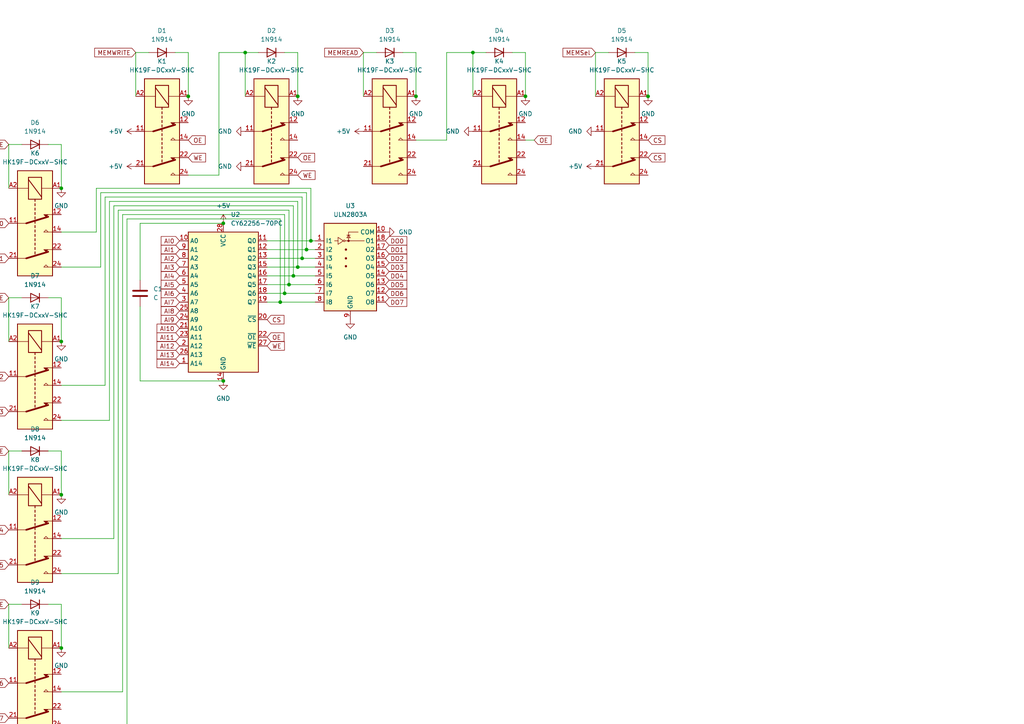
<source format=kicad_sch>
(kicad_sch (version 20250114) (generator "eeschema") (generator_version "9.0")
  (paper "A4")
  (lib_symbols
    (symbol "Device:C" (pin_numbers (hide yes)) (pin_names (offset 0.254))
      (property "Reference" "C" (at 0.635 2.54 0))
      (property "Value" "C" (at 0.635 -2.54 0))
      (symbol "C_1_1"
        (pin passive line (at 0 3.81 270) (length 2.794) (name "~") (number "1"))
        (pin passive line (at 0 -3.81 90) (length 2.794) (name "~") (number "2"))
      )
    )
    (symbol "Diode:1N914" (pin_numbers (hide yes)) (pin_names (hide yes))
      (property "Reference" "D" (at 0 2.54 0))
      (property "Value" "1N914" (at 0 -2.54 0))
      (symbol "1N914_1_1"
        (pin passive line (at -3.81 0 0) (length 2.54) (name "K") (number "1"))
        (pin passive line (at 3.81 0 180) (length 2.54) (name "A") (number "2"))
      )
    )
    (symbol "Memory_RAM:CY62256-70PC"
      (property "Reference" "U" (at -10.16 20.955 0))
      (property "Value" "CY62256-70PC" (at 2.54 20.955 0))
      (symbol "CY62256-70PC_0_0"
        (pin power_in line (at 0 22.86 270) (length 2.54) (name "VCC") (number "28"))
        (pin power_in line (at 0 -22.86 90) (length 2.54) (name "GND") (number "14"))
      )
      (symbol "CY62256-70PC_1_1"
        (pin input line (at -12.7 17.78 0) (length 2.54) (name "A0") (number "10"))
        (pin input line (at -12.7 15.24 0) (length 2.54) (name "A1") (number "9"))
        (pin input line (at -12.7 12.7 0) (length 2.54) (name "A2") (number "8"))
        (pin input line (at -12.7 10.16 0) (length 2.54) (name "A3") (number "7"))
        (pin input line (at -12.7 7.62 0) (length 2.54) (name "A4") (number "6"))
        (pin input line (at -12.7 5.08 0) (length 2.54) (name "A5") (number "5"))
        (pin input line (at -12.7 2.54 0) (length 2.54) (name "A6") (number "4"))
        (pin input line (at -12.7 0 0) (length 2.54) (name "A7") (number "3"))
        (pin input line (at -12.7 -2.54 0) (length 2.54) (name "A8") (number "25"))
        (pin input line (at -12.7 -5.08 0) (length 2.54) (name "A9") (number "24"))
        (pin input line (at -12.7 -7.62 0) (length 2.54) (name "A10") (number "21"))
        (pin input line (at -12.7 -10.16 0) (length 2.54) (name "A11") (number "23"))
        (pin input line (at -12.7 -12.7 0) (length 2.54) (name "A12") (number "2"))
        (pin input line (at -12.7 -15.24 0) (length 2.54) (name "A13") (number "26"))
        (pin input line (at -12.7 -17.78 0) (length 2.54) (name "A14") (number "1"))
        (pin tri_state line (at 12.7 17.78 180) (length 2.54) (name "Q0") (number "11"))
        (pin tri_state line (at 12.7 15.24 180) (length 2.54) (name "Q1") (number "12"))
        (pin tri_state line (at 12.7 12.7 180) (length 2.54) (name "Q2") (number "13"))
        (pin tri_state line (at 12.7 10.16 180) (length 2.54) (name "Q3") (number "15"))
        (pin tri_state line (at 12.7 7.62 180) (length 2.54) (name "Q4") (number "16"))
        (pin tri_state line (at 12.7 5.08 180) (length 2.54) (name "Q5") (number "17"))
        (pin tri_state line (at 12.7 2.54 180) (length 2.54) (name "Q6") (number "18"))
        (pin tri_state line (at 12.7 0 180) (length 2.54) (name "Q7") (number "19"))
        (pin input line (at 12.7 -5.08 180) (length 2.54) (name "~{CS}") (number "20"))
        (pin input line (at 12.7 -10.16 180) (length 2.54) (name "~{OE}") (number "22"))
        (pin input line (at 12.7 -12.7 180) (length 2.54) (name "~{WE}") (number "27"))
      )
    )
    (symbol "Relay:HK19F-DCxxV-SHC"
      (property "Reference" "K" (at 16.51 3.81 0))
      (property "Value" "HK19F-DCxxV-SHC" (at 16.51 1.27 0))
      (symbol "HK19F-DCxxV-SHC_1_1"
        (pin passive line (at -10.16 7.62 270) (length 2.54) (name "~") (number "A1"))
        (pin passive line (at -10.16 -7.62 90) (length 2.54) (name "~") (number "A2"))
        (pin passive line (at -2.54 7.62 270) (length 2.54) (name "~") (number "12"))
        (pin passive line (at 0 -7.62 90) (length 2.54) (name "~") (number "11"))
        (pin passive line (at 2.54 7.62 270) (length 2.54) (name "~") (number "14"))
        (pin passive line (at 7.62 7.62 270) (length 2.54) (name "~") (number "22"))
        (pin passive line (at 10.16 -7.62 90) (length 2.54) (name "~") (number "21"))
        (pin passive line (at 12.7 7.62 270) (length 2.54) (name "~") (number "24"))
      )
    )
    (symbol "Relaycomputer:Relay_Computer_Connector_100"
      (property "Reference" "U" (at -6.096 8.636 0))
      (symbol "Relay_Computer_Connector_100_1_1"
        (pin power_in line (at -3.81 0 0) (length 2.54) (name "5_Volt") (number "1"))
        (pin bidirectional line (at -3.81 -2.54 0) (length 2.54) (name "D0") (number "2"))
        (pin bidirectional line (at -3.81 -5.08 0) (length 2.54) (name "D1") (number "3"))
        (pin bidirectional line (at -3.81 -7.62 0) (length 2.54) (name "D2") (number "4"))
        (pin bidirectional line (at -3.81 -10.16 0) (length 2.54) (name "D3") (number "5"))
        (pin bidirectional line (at -3.81 -12.7 0) (length 2.54) (name "D4") (number "6"))
        (pin bidirectional line (at -3.81 -15.24 0) (length 2.54) (name "D5") (number "7"))
        (pin bidirectional line (at -3.81 -17.78 0) (length 2.54) (name "D6") (number "8"))
        (pin bidirectional line (at -3.81 -20.32 0) (length 2.54) (name "D7") (number "9"))
        (pin input line (at -3.81 -22.86 0) (length 2.54) (name "XLD") (number "10"))
        (pin input line (at -3.81 -25.4 0) (length 2.54) (name "YLD") (number "11"))
        (pin input line (at -3.81 -27.94 0) (length 2.54) (name "XYLD") (number "12"))
        (pin input line (at -3.81 -30.48 0) (length 2.54) (name "MHiLD") (number "13"))
        (pin input line (at -3.81 -33.02 0) (length 2.54) (name "MLoLD") (number "14"))
        (pin input line (at -3.81 -35.56 0) (length 2.54) (name "MHiLoLD") (number "15"))
        (pin input line (at -3.81 -38.1 0) (length 2.54) (name "J1LD") (number "16"))
        (pin input line (at -3.81 -40.64 0) (length 2.54) (name "J2LD") (number "17"))
        (pin input line (at -3.81 -43.18 0) (length 2.54) (name "JSL") (number "18"))
        (pin input line (at -3.81 -45.72 0) (length 2.54) (name "ALD") (number "19"))
        (pin input line (at -3.81 -48.26 0) (length 2.54) (name "DLD") (number "20"))
        (pin input line (at -3.81 -50.8 0) (length 2.54) (name "ADLD") (number "21"))
        (pin input line (at -3.81 -53.34 0) (length 2.54) (name "MemSL") (number "22"))
        (pin input line (at -3.81 -55.88 0) (length 2.54) (name "ASL") (number "23"))
        (pin input line (at -3.81 -58.42 0) (length 2.54) (name "DSL") (number "24"))
        (pin input line (at -3.81 -60.96 0) (length 2.54) (name "InstSL") (number "25"))
        (pin input line (at -3.81 -63.5 0) (length 2.54) (name "PCSL") (number "26"))
        (pin input line (at -3.81 -66.04 0) (length 2.54) (name "IncSL") (number "27"))
        (pin input line (at -3.81 -68.58 0) (length 2.54) (name "XSL") (number "28"))
        (pin input line (at -3.81 -71.12 0) (length 2.54) (name "YSL") (number "29"))
        (pin input line (at -3.81 -73.66 0) (length 2.54) (name "XYSL") (number "30"))
        (pin input line (at -3.81 -76.2 0) (length 2.54) (name "PCLD") (number "31"))
        (pin input line (at -3.81 -78.74 0) (length 2.54) (name "F1") (number "32"))
        (pin input line (at -3.81 -81.28 0) (length 2.54) (name "F2") (number "33"))
        (pin input line (at -3.81 -83.82 0) (length 2.54) (name "F3") (number "34"))
        (pin input line (at -3.81 -86.36 0) (length 2.54) (name "Carry") (number "35"))
        (pin input line (at -3.81 -88.9 0) (length 2.54) (name "Zero") (number "36"))
        (pin input line (at -3.81 -91.44 0) (length 2.54) (name "SIGN") (number "37"))
        (pin bidirectional line (at -3.81 -93.98 0) (length 2.54) (name "A0") (number "38"))
        (pin bidirectional line (at -3.81 -96.52 0) (length 2.54) (name "A1") (number "39"))
        (pin bidirectional line (at -3.81 -99.06 0) (length 2.54) (name "A2") (number "40"))
        (pin bidirectional line (at -3.81 -101.6 0) (length 2.54) (name "A3") (number "41"))
        (pin bidirectional line (at -3.81 -104.14 0) (length 2.54) (name "A4") (number "42"))
        (pin bidirectional line (at -3.81 -106.68 0) (length 2.54) (name "A5") (number "43"))
        (pin bidirectional line (at -3.81 -109.22 0) (length 2.54) (name "A6") (number "44"))
        (pin bidirectional line (at -3.81 -111.76 0) (length 2.54) (name "A7") (number "45"))
        (pin bidirectional line (at -3.81 -114.3 0) (length 2.54) (name "A8") (number "46"))
        (pin bidirectional line (at -3.81 -116.84 0) (length 2.54) (name "A9") (number "47"))
        (pin bidirectional line (at -3.81 -119.38 0) (length 2.54) (name "A10") (number "48"))
        (pin bidirectional line (at -3.81 -121.92 0) (length 2.54) (name "A11") (number "49"))
        (pin bidirectional line (at -3.81 -124.46 0) (length 2.54) (name "A12") (number "50"))
        (pin power_in line (at 17.78 0 180) (length 2.54) (name "GND") (number "51"))
        (pin bidirectional line (at 17.78 -2.54 180) (length 2.54) (name "A13") (number "52"))
        (pin bidirectional line (at 17.78 -5.08 180) (length 2.54) (name "A14") (number "53"))
        (pin bidirectional line (at 17.78 -7.62 180) (length 2.54) (name "A15") (number "54"))
        (pin bidirectional line (at 17.78 -10.16 180) (length 2.54) (name "ISET") (number "55"))
        (pin bidirectional line (at 17.78 -12.7 180) (length 2.54) (name "IGOTO") (number "56"))
        (pin bidirectional line (at 17.78 -15.24 180) (length 2.54) (name "IALU") (number "57"))
        (pin bidirectional line (at 17.78 -17.78 180) (length 2.54) (name "IINC") (number "58"))
        (pin bidirectional line (at 17.78 -20.32 180) (length 2.54) (name "ILOD") (number "59"))
        (pin bidirectional line (at 17.78 -22.86 180) (length 2.54) (name "ISTR") (number "60"))
        (pin bidirectional line (at 17.78 -25.4 180) (length 2.54) (name "IM16") (number "61"))
        (pin bidirectional line (at 17.78 -27.94 180) (length 2.54) (name "I7") (number "62"))
        (pin bidirectional line (at 17.78 -30.48 180) (length 2.54) (name "I6") (number "63"))
        (pin bidirectional line (at 17.78 -33.02 180) (length 2.54) (name "I5") (number "64"))
        (pin bidirectional line (at 17.78 -35.56 180) (length 2.54) (name "I4") (number "65"))
        (pin bidirectional line (at 17.78 -38.1 180) (length 2.54) (name "I3") (number "66"))
        (pin bidirectional line (at 17.78 -40.64 180) (length 2.54) (name "I2") (number "67"))
        (pin bidirectional line (at 17.78 -43.18 180) (length 2.54) (name "I1") (number "68"))
        (pin bidirectional line (at 17.78 -45.72 180) (length 2.54) (name "I0") (number "69"))
        (pin bidirectional line (at 17.78 -48.26 180) (length 2.54) (name "MHiSL") (number "70"))
        (pin bidirectional line (at 17.78 -50.8 180) (length 2.54) (name "MLoSL") (number "71"))
        (pin bidirectional line (at 17.78 -53.34 180) (length 2.54) (name "BSL") (number "72"))
        (pin bidirectional line (at 17.78 -55.88 180) (length 2.54) (name "CSL") (number "73"))
        (pin bidirectional line (at 17.78 -58.42 180) (length 2.54) (name "BLD") (number "74"))
        (pin bidirectional line (at 17.78 -60.96 180) (length 2.54) (name "CLD") (number "75"))
        (pin output line (at 17.78 -63.5 180) (length 2.54) (name "INCLD") (number "76"))
        (pin output line (at 17.78 -66.04 180) (length 2.54) (name "FREEZE") (number "77"))
        (pin output line (at 17.78 -68.58 180) (length 2.54) (name "STEP") (number "78"))
        (pin output line (at 17.78 -71.12 180) (length 2.54) (name "MEMREAD") (number "79"))
        (pin output line (at 17.78 -73.66 180) (length 2.54) (name "INSTLD") (number "80"))
        (pin output line (at 17.78 -76.2 180) (length 2.54) (name "CCRegLD") (number "81"))
        (pin output line (at 17.78 -78.74 180) (length 2.54) (name "CCRegSL") (number "82"))
        (pin output line (at 17.78 -81.28 180) (length 2.54) (name "MEMWRITE") (number "83"))
        (pin output line (at 17.78 -83.82 180) (length 2.54) (name "MEMSL") (number "84"))
        (pin output line (at 17.78 -86.36 180) (length 2.54) (name "NC") (number "85"))
        (pin output line (at 17.78 -88.9 180) (length 2.54) (name "NC") (number "86"))
        (pin output line (at 17.78 -91.44 180) (length 2.54) (name "NC") (number "87"))
        (pin output line (at 17.78 -93.98 180) (length 2.54) (name "NC") (number "88"))
        (pin output line (at 17.78 -96.52 180) (length 2.54) (name "NC") (number "89"))
        (pin output line (at 17.78 -99.06 180) (length 2.54) (name "NC") (number "90"))
        (pin output line (at 17.78 -101.6 180) (length 2.54) (name "NC") (number "91"))
        (pin output line (at 17.78 -104.14 180) (length 2.54) (name "NC") (number "92"))
        (pin output line (at 17.78 -106.68 180) (length 2.54) (name "NC") (number "93"))
        (pin free line (at 17.78 -109.22 180) (length 2.54) (name "NC") (number "94"))
        (pin free line (at 17.78 -111.76 180) (length 2.54) (name "NC") (number "95"))
        (pin free line (at 17.78 -114.3 180) (length 2.54) (name "NC") (number "96"))
        (pin free line (at 17.78 -116.84 180) (length 2.54) (name "NC") (number "97"))
        (pin free line (at 17.78 -119.38 180) (length 2.54) (name "NC") (number "98"))
        (pin free line (at 17.78 -121.92 180) (length 2.54) (name "NC") (number "99"))
        (pin free line (at 17.78 -124.46 180) (length 2.54) (name "NC") (number "100"))
      )
    )
    (symbol "Transistor_Array:ULN2803A"
      (property "Reference" "U" (at 0 13.335 0))
      (property "Value" "ULN2803A" (at 0 11.43 0))
      (symbol "ULN2803A_1_1"
        (pin input line (at -10.16 5.08 0) (length 2.54) (name "I1") (number "1"))
        (pin input line (at -10.16 2.54 0) (length 2.54) (name "I2") (number "2"))
        (pin input line (at -10.16 0 0) (length 2.54) (name "I3") (number "3"))
        (pin input line (at -10.16 -2.54 0) (length 2.54) (name "I4") (number "4"))
        (pin input line (at -10.16 -5.08 0) (length 2.54) (name "I5") (number "5"))
        (pin input line (at -10.16 -7.62 0) (length 2.54) (name "I6") (number "6"))
        (pin input line (at -10.16 -10.16 0) (length 2.54) (name "I7") (number "7"))
        (pin input line (at -10.16 -12.7 0) (length 2.54) (name "I8") (number "8"))
        (pin power_in line (at 0 -17.78 90) (length 2.54) (name "GND") (number "9"))
        (pin passive line (at 10.16 7.62 180) (length 2.54) (name "COM") (number "10"))
        (pin open_collector line (at 10.16 5.08 180) (length 2.54) (name "O1") (number "18"))
        (pin open_collector line (at 10.16 2.54 180) (length 2.54) (name "O2") (number "17"))
        (pin open_collector line (at 10.16 0 180) (length 2.54) (name "O3") (number "16"))
        (pin open_collector line (at 10.16 -2.54 180) (length 2.54) (name "O4") (number "15"))
        (pin open_collector line (at 10.16 -5.08 180) (length 2.54) (name "O5") (number "14"))
        (pin open_collector line (at 10.16 -7.62 180) (length 2.54) (name "O6") (number "13"))
        (pin open_collector line (at 10.16 -10.16 180) (length 2.54) (name "O7") (number "12"))
        (pin open_collector line (at 10.16 -12.7 180) (length 2.54) (name "O8") (number "11"))
      )
    )
    (symbol "power:+5V" (power) (pin_numbers (hide yes)) (pin_names (offset 0) (hide yes))
      (property "Value" "+5V" (at 0 3.556 0))
      (symbol "+5V_1_1"
        (pin power_in line (at 0 0 90) (length 0) (name "~") (number "1"))
      )
    )
    (symbol "power:GND" (power) (pin_numbers (hide yes)) (pin_names (offset 0) (hide yes))
      (property "Value" "GND" (at 0 -3.81 0))
      (symbol "GND_1_1"
        (pin power_in line (at 0 0 270) (length 0) (name "~") (number "1"))
      )
    )
  )
  (junction (at -26.67 275.59))
  (junction (at 187.96 27.94))
  (junction (at 83.82 82.55))
  (junction (at -44.45 262.89))
  (junction (at -41.91 173.99))
  (junction (at 87.63 74.93))
  (junction (at 90.17 69.85))
  (junction (at -41.91 85.09))
  (junction (at -44.45 38.1))
  (junction (at 17.78 99.06))
  (junction (at 88.9 72.39))
  (junction (at 81.28 87.63))
  (junction (at -44.45 40.64))
  (junction (at 152.4 27.94))
  (junction (at -44.45 218.44))
  (junction (at -26.67 186.69))
  (junction (at 17.78 232.41))
  (junction (at -26.67 97.79))
  (junction (at -44.45 129.54))
  (junction (at 71.12 15.24))
  (junction (at -41.91 351.79))
  (junction (at -44.45 307.34))
  (junction (at 54.61 27.94))
  (junction (at 17.78 276.86))
  (junction (at -41.91 40.64))
  (junction (at 137.16 15.24))
  (junction (at 86.36 77.47))
  (junction (at -26.67 142.24))
  (junction (at 17.78 187.96))
  (junction (at -44.45 85.09))
  (junction (at -41.91 262.89))
  (junction (at 64.77 110.49))
  (junction (at 17.78 321.31))
  (junction (at 17.78 143.51))
  (junction (at 120.65 27.94))
  (junction (at 17.78 365.76))
  (junction (at -26.67 231.14))
  (junction (at 85.09 80.01))
  (junction (at -44.45 173.99))
  (junction (at 17.78 54.61))
  (junction (at 82.55 85.09))
  (junction (at 86.36 27.94))
  (junction (at -26.67 53.34))
  (junction (at 64.77 64.77))
  (junction (at -26.67 320.04))
  (junction (at -41.91 307.34))
  (junction (at -26.67 364.49))
  (junction (at -41.91 129.54))
  (junction (at -41.91 218.44))
  (wire (pts (xy 184.15 15.24) (xy 187.96 15.24)))
  (wire (pts (xy -41.91 262.89) (xy -38.1 262.89)))
  (wire (pts (xy 105.41 15.24) (xy 109.22 15.24)))
  (wire (pts (xy 82.55 85.09) (xy 91.44 85.09)))
  (wire (pts (xy -26.67 307.34) (xy -26.67 320.04)))
  (wire (pts (xy 137.16 15.24) (xy 140.97 15.24)))
  (wire (pts (xy -44.45 262.89) (xy -41.91 262.89)))
  (wire (pts (xy 2.54 276.86) (xy 2.54 264.16)))
  (wire (pts (xy 2.54 54.61) (xy 2.54 41.91)))
  (wire (pts (xy -41.91 40.64) (xy -38.1 40.64)))
  (wire (pts (xy 86.36 58.42) (xy 86.36 77.47)))
  (wire (pts (xy 40.64 88.9) (xy 40.64 110.49)))
  (wire (pts (xy -44.45 85.09) (xy -44.45 129.54)))
  (wire (pts (xy 120.65 15.24) (xy 120.65 27.94)))
  (wire (pts (xy 34.29 60.96) (xy 83.82 60.96)))
  (wire (pts (xy 17.78 308.61) (xy 17.78 321.31)))
  (wire (pts (xy -44.45 40.64) (xy -44.45 85.09)))
  (wire (pts (xy 13.97 41.91) (xy 17.78 41.91)))
  (wire (pts (xy -44.45 218.44) (xy -44.45 262.89)))
  (wire (pts (xy 29.21 77.47) (xy 29.21 55.88)))
  (wire (pts (xy -44.45 129.54) (xy -44.45 173.99)))
  (wire (pts (xy -41.91 351.79) (xy -38.1 351.79)))
  (wire (pts (xy 17.78 353.06) (xy 17.78 365.76)))
  (wire (pts (xy 88.9 55.88) (xy 88.9 72.39)))
  (wire (pts (xy 77.47 87.63) (xy 81.28 87.63)))
  (wire (pts (xy -30.48 351.79) (xy -26.67 351.79)))
  (wire (pts (xy -41.91 38.1) (xy -41.91 40.64)))
  (wire (pts (xy 154.94 40.64) (xy 152.4 40.64)))
  (wire (pts (xy -44.45 34.29) (xy -44.45 38.1)))
  (wire (pts (xy 81.28 63.5) (xy 81.28 87.63)))
  (wire (pts (xy 2.54 308.61) (xy 6.35 308.61)))
  (wire (pts (xy -44.45 307.34) (xy -44.45 351.79)))
  (wire (pts (xy 17.78 86.36) (xy 17.78 99.06)))
  (wire (pts (xy 77.47 80.01) (xy 85.09 80.01)))
  (wire (pts (xy 2.54 130.81) (xy 6.35 130.81)))
  (wire (pts (xy 87.63 74.93) (xy 91.44 74.93)))
  (wire (pts (xy 77.47 77.47) (xy 86.36 77.47)))
  (wire (pts (xy 77.47 82.55) (xy 83.82 82.55)))
  (wire (pts (xy -41.91 85.09) (xy -38.1 85.09)))
  (wire (pts (xy 2.54 264.16) (xy 6.35 264.16)))
  (wire (pts (xy 17.78 175.26) (xy 17.78 187.96)))
  (wire (pts (xy 54.61 50.8) (xy 63.5 50.8)))
  (wire (pts (xy 71.12 27.94) (xy 71.12 15.24)))
  (wire (pts (xy 137.16 27.94) (xy 137.16 15.24)))
  (wire (pts (xy -41.91 173.99) (xy -38.1 173.99)))
  (wire (pts (xy 86.36 15.24) (xy 86.36 27.94)))
  (wire (pts (xy 2.54 99.06) (xy 2.54 86.36)))
  (wire (pts (xy 40.64 110.49) (xy 64.77 110.49)))
  (wire (pts (xy -41.91 231.14) (xy -41.91 218.44)))
  (wire (pts (xy 90.17 69.85) (xy 91.44 69.85)))
  (wire (pts (xy -41.91 275.59) (xy -41.91 262.89)))
  (wire (pts (xy -41.91 218.44) (xy -38.1 218.44)))
  (wire (pts (xy 148.59 15.24) (xy 152.4 15.24)))
  (wire (pts (xy 77.47 72.39) (xy 88.9 72.39)))
  (wire (pts (xy 13.97 219.71) (xy 17.78 219.71)))
  (wire (pts (xy -26.67 40.64) (xy -26.67 53.34)))
  (wire (pts (xy -44.45 129.54) (xy -41.91 129.54)))
  (wire (pts (xy -41.91 186.69) (xy -41.91 173.99)))
  (wire (pts (xy 33.02 156.21) (xy 33.02 59.69)))
  (wire (pts (xy 17.78 121.92) (xy 31.75 121.92)))
  (wire (pts (xy 2.54 41.91) (xy 6.35 41.91)))
  (wire (pts (xy -30.48 307.34) (xy -26.67 307.34)))
  (wire (pts (xy 82.55 62.23) (xy 82.55 85.09)))
  (wire (pts (xy 34.29 166.37) (xy 34.29 60.96)))
  (wire (pts (xy 13.97 353.06) (xy 17.78 353.06)))
  (wire (pts (xy -44.45 85.09) (xy -41.91 85.09)))
  (wire (pts (xy 17.78 130.81) (xy 17.78 143.51)))
  (wire (pts (xy 86.36 77.47) (xy 91.44 77.47)))
  (wire (pts (xy 120.65 40.64) (xy 129.54 40.64)))
  (wire (pts (xy 27.94 67.31) (xy 27.94 54.61)))
  (wire (pts (xy 87.63 57.15) (xy 87.63 74.93)))
  (wire (pts (xy -26.67 218.44) (xy -26.67 231.14)))
  (wire (pts (xy 54.61 15.24) (xy 54.61 27.94)))
  (wire (pts (xy 85.09 80.01) (xy 91.44 80.01)))
  (wire (pts (xy -41.91 142.24) (xy -41.91 129.54)))
  (wire (pts (xy 13.97 130.81) (xy 17.78 130.81)))
  (wire (pts (xy 36.83 210.82) (xy 36.83 63.5)))
  (wire (pts (xy 13.97 86.36) (xy 17.78 86.36)))
  (wire (pts (xy -30.48 129.54) (xy -26.67 129.54)))
  (wire (pts (xy 17.78 264.16) (xy 17.78 276.86)))
  (wire (pts (xy -30.48 85.09) (xy -26.67 85.09)))
  (wire (pts (xy 2.54 143.51) (xy 2.54 130.81)))
  (wire (pts (xy 40.64 81.28) (xy 40.64 64.77)))
  (wire (pts (xy 71.12 15.24) (xy 74.93 15.24)))
  (wire (pts (xy 30.48 111.76) (xy 30.48 57.15)))
  (wire (pts (xy -44.45 218.44) (xy -41.91 218.44)))
  (wire (pts (xy 2.54 219.71) (xy 6.35 219.71)))
  (wire (pts (xy -26.67 85.09) (xy -26.67 97.79)))
  (wire (pts (xy -30.48 173.99) (xy -26.67 173.99)))
  (wire (pts (xy 85.09 59.69) (xy 85.09 80.01)))
  (wire (pts (xy -41.91 320.04) (xy -41.91 307.34)))
  (wire (pts (xy 187.96 15.24) (xy 187.96 27.94)))
  (wire (pts (xy -26.67 351.79) (xy -26.67 364.49)))
  (wire (pts (xy 77.47 85.09) (xy 82.55 85.09)))
  (wire (pts (xy 83.82 60.96) (xy 83.82 82.55)))
  (wire (pts (xy 27.94 54.61) (xy 90.17 54.61)))
  (wire (pts (xy 83.82 82.55) (xy 91.44 82.55)))
  (wire (pts (xy 29.21 55.88) (xy 88.9 55.88)))
  (wire (pts (xy 17.78 67.31) (xy 27.94 67.31)))
  (wire (pts (xy -44.45 38.1) (xy -44.45 40.64)))
  (wire (pts (xy 63.5 50.8) (xy 63.5 15.24)))
  (wire (pts (xy -41.91 364.49) (xy -41.91 351.79)))
  (wire (pts (xy 17.78 156.21) (xy 33.02 156.21)))
  (wire (pts (xy -44.45 173.99) (xy -44.45 218.44)))
  (wire (pts (xy 31.75 121.92) (xy 31.75 58.42)))
  (wire (pts (xy -41.91 307.34) (xy -44.45 307.34)))
  (wire (pts (xy 2.54 86.36) (xy 6.35 86.36)))
  (wire (pts (xy 30.48 57.15) (xy 87.63 57.15)))
  (wire (pts (xy 2.54 175.26) (xy 6.35 175.26)))
  (wire (pts (xy 2.54 365.76) (xy 2.54 353.06)))
  (wire (pts (xy -26.67 262.89) (xy -26.67 275.59)))
  (wire (pts (xy 35.56 200.66) (xy 35.56 62.23)))
  (wire (pts (xy -26.67 129.54) (xy -26.67 142.24)))
  (wire (pts (xy 39.37 27.94) (xy 39.37 15.24)))
  (wire (pts (xy 172.72 27.94) (xy 172.72 15.24)))
  (wire (pts (xy -26.67 173.99) (xy -26.67 186.69)))
  (wire (pts (xy -44.45 351.79) (xy -41.91 351.79)))
  (wire (pts (xy 50.8 15.24) (xy 54.61 15.24)))
  (wire (pts (xy 129.54 15.24) (xy 137.16 15.24)))
  (wire (pts (xy 33.02 59.69) (xy 85.09 59.69)))
  (wire (pts (xy 152.4 15.24) (xy 152.4 27.94)))
  (wire (pts (xy 36.83 63.5) (xy 81.28 63.5)))
  (wire (pts (xy 77.47 74.93) (xy 87.63 74.93)))
  (wire (pts (xy 88.9 72.39) (xy 91.44 72.39)))
  (wire (pts (xy 2.54 353.06) (xy 6.35 353.06)))
  (wire (pts (xy 13.97 175.26) (xy 17.78 175.26)))
  (wire (pts (xy 77.47 69.85) (xy 90.17 69.85)))
  (wire (pts (xy 2.54 321.31) (xy 2.54 308.61)))
  (wire (pts (xy 17.78 210.82) (xy 36.83 210.82)))
  (wire (pts (xy 82.55 15.24) (xy 86.36 15.24)))
  (wire (pts (xy -41.91 307.34) (xy -38.1 307.34)))
  (wire (pts (xy 2.54 232.41) (xy 2.54 219.71)))
  (wire (pts (xy 31.75 58.42) (xy 86.36 58.42)))
  (wire (pts (xy 81.28 87.63) (xy 91.44 87.63)))
  (wire (pts (xy -30.48 218.44) (xy -26.67 218.44)))
  (wire (pts (xy 17.78 219.71) (xy 17.78 232.41)))
  (wire (pts (xy 172.72 15.24) (xy 176.53 15.24)))
  (wire (pts (xy 90.17 54.61) (xy 90.17 69.85)))
  (wire (pts (xy 116.84 15.24) (xy 120.65 15.24)))
  (wire (pts (xy 2.54 187.96) (xy 2.54 175.26)))
  (wire (pts (xy 13.97 308.61) (xy 17.78 308.61)))
  (wire (pts (xy 17.78 77.47) (xy 29.21 77.47)))
  (wire (pts (xy 17.78 166.37) (xy 34.29 166.37)))
  (wire (pts (xy -41.91 129.54) (xy -38.1 129.54)))
  (wire (pts (xy 40.64 64.77) (xy 64.77 64.77)))
  (wire (pts (xy -44.45 173.99) (xy -41.91 173.99)))
  (wire (pts (xy 105.41 27.94) (xy 105.41 15.24)))
  (wire (pts (xy 17.78 111.76) (xy 30.48 111.76)))
  (wire (pts (xy -41.91 97.79) (xy -41.91 85.09)))
  (wire (pts (xy 63.5 15.24) (xy 71.12 15.24)))
  (wire (pts (xy -30.48 40.64) (xy -26.67 40.64)))
  (wire (pts (xy 17.78 200.66) (xy 35.56 200.66)))
  (wire (pts (xy 39.37 15.24) (xy 43.18 15.24)))
  (wire (pts (xy -44.45 262.89) (xy -44.45 307.34)))
  (wire (pts (xy -44.45 38.1) (xy -41.91 38.1)))
  (wire (pts (xy 13.97 264.16) (xy 17.78 264.16)))
  (wire (pts (xy 35.56 62.23) (xy 82.55 62.23)))
  (wire (pts (xy 129.54 40.64) (xy 129.54 15.24)))
  (wire (pts (xy -41.91 53.34) (xy -41.91 40.64)))
  (wire (pts (xy 17.78 41.91) (xy 17.78 54.61)))
  (wire (pts (xy -30.48 262.89) (xy -26.67 262.89)))
  (global_label "A8" (shape input) (at -41.91 241.3 180) (property "Intersheetrefs" "${INTERSHEET_REFS}" (effects (hide yes))))
  (global_label "D0" (shape input) (at 17.78 245.11 0) (property "Intersheetrefs" "${INTERSHEET_REFS}" (effects (hide yes))))
  (global_label "AI6" (shape input) (at -26.67 199.39 0) (property "Intersheetrefs" "${INTERSHEET_REFS}" (effects (hide yes))))
  (global_label "MEMSel" (shape input) (at 33.02 -57.15 270) (property "Intersheetrefs" "${INTERSHEET_REFS}" (effects (hide yes))))
  (global_label "A11" (shape input) (at 148.59 -22.86 180) (property "Intersheetrefs" "${INTERSHEET_REFS}" (effects (hide yes))))
  (global_label "AI10" (shape input) (at -26.67 288.29 0) (property "Intersheetrefs" "${INTERSHEET_REFS}" (effects (hide yes))))
  (global_label "D5" (shape input) (at 17.78 344.17 0) (property "Intersheetrefs" "${INTERSHEET_REFS}" (effects (hide yes))))
  (global_label "AI3" (shape input) (at -26.67 120.65 0) (property "Intersheetrefs" "${INTERSHEET_REFS}" (effects (hide yes))))
  (global_label "A11" (shape input) (at -5.08 -78.74 90) (property "Intersheetrefs" "${INTERSHEET_REFS}" (effects (hide yes))))
  (global_label "A4" (shape input) (at 12.7 -78.74 90) (property "Intersheetrefs" "${INTERSHEET_REFS}" (effects (hide yes))))
  (global_label "D2" (shape input) (at 125.73 -34.29 0) (property "Intersheetrefs" "${INTERSHEET_REFS}" (effects (hide yes))))
  (global_label "A7" (shape input) (at -41.91 207.01 180) (property "Intersheetrefs" "${INTERSHEET_REFS}" (effects (hide yes))))
  (global_label "DO3" (shape input) (at 111.76 77.47 0) (property "Intersheetrefs" "${INTERSHEET_REFS}" (effects (hide yes))))
  (global_label "D4" (shape input) (at 17.78 334.01 0) (property "Intersheetrefs" "${INTERSHEET_REFS}" (effects (hide yes))))
  (global_label "A14" (shape input) (at 111.76 -57.15 270) (property "Intersheetrefs" "${INTERSHEET_REFS}" (effects (hide yes))))
  (global_label "D5" (shape input) (at 2.54 163.83 180) (property "Intersheetrefs" "${INTERSHEET_REFS}" (effects (hide yes))))
  (global_label "D1" (shape input) (at 17.78 255.27 0) (property "Intersheetrefs" "${INTERSHEET_REFS}" (effects (hide yes))))
  (global_label "A5" (shape input) (at -41.91 162.56 180) (property "Intersheetrefs" "${INTERSHEET_REFS}" (effects (hide yes))))
  (global_label "D6" (shape input) (at 2.54 198.12 180) (property "Intersheetrefs" "${INTERSHEET_REFS}" (effects (hide yes))))
  (global_label "D1" (shape input) (at 2.54 74.93 180) (property "Intersheetrefs" "${INTERSHEET_REFS}" (effects (hide yes))))
  (global_label "AI8" (shape input) (at -26.67 243.84 0) (property "Intersheetrefs" "${INTERSHEET_REFS}" (effects (hide yes))))
  (global_label "A4" (shape input) (at -41.91 152.4 180) (property "Intersheetrefs" "${INTERSHEET_REFS}" (effects (hide yes))))
  (global_label "OE" (shape input) (at 154.94 40.64 0) (property "Intersheetrefs" "${INTERSHEET_REFS}" (effects (hide yes))))
  (global_label "DO4" (shape input) (at 104.14 -78.74 90) (property "Intersheetrefs" "${INTERSHEET_REFS}" (effects (hide yes))))
  (global_label "AI1" (shape input) (at 52.07 72.39 180) (property "Intersheetrefs" "${INTERSHEET_REFS}" (effects (hide yes))))
  (global_label "A1" (shape input) (at 148.59 -48.26 180) (property "Intersheetrefs" "${INTERSHEET_REFS}" (effects (hide yes))))
  (global_label "A0" (shape input) (at 22.86 -78.74 90) (property "Intersheetrefs" "${INTERSHEET_REFS}" (effects (hide yes))))
  (global_label "A9" (shape input) (at 0 -78.74 90) (property "Intersheetrefs" "${INTERSHEET_REFS}" (effects (hide yes))))
  (global_label "A0" (shape input) (at 148.59 -50.8 180) (property "Intersheetrefs" "${INTERSHEET_REFS}" (effects (hide yes))))
  (global_label "AI3" (shape input) (at 52.07 77.47 180) (property "Intersheetrefs" "${INTERSHEET_REFS}" (effects (hide yes))))
  (global_label "WE" (shape input) (at 86.36 50.8 0) (property "Intersheetrefs" "${INTERSHEET_REFS}" (effects (hide yes))))
  (global_label "AI13" (shape input) (at -26.67 342.9 0) (property "Intersheetrefs" "${INTERSHEET_REFS}" (effects (hide yes))))
  (global_label "DO1" (shape input) (at 111.76 72.39 0) (property "Intersheetrefs" "${INTERSHEET_REFS}" (effects (hide yes))))
  (global_label "MEMREAD" (shape input) (at 2.54 264.16 180) (property "Intersheetrefs" "${INTERSHEET_REFS}" (effects (hide yes))))
  (global_label "A3" (shape input) (at 148.59 -43.18 180) (property "Intersheetrefs" "${INTERSHEET_REFS}" (effects (hide yes))))
  (global_label "A5" (shape input) (at 148.59 -38.1 180) (property "Intersheetrefs" "${INTERSHEET_REFS}" (effects (hide yes))))
  (global_label "AI14" (shape input) (at 52.07 105.41 180) (property "Intersheetrefs" "${INTERSHEET_REFS}" (effects (hide yes))))
  (global_label "DO0" (shape input) (at 111.76 69.85 0) (property "Intersheetrefs" "${INTERSHEET_REFS}" (effects (hide yes))))
  (global_label "A1" (shape input) (at -41.91 73.66 180) (property "Intersheetrefs" "${INTERSHEET_REFS}" (effects (hide yes))))
  (global_label "D7" (shape input) (at 17.78 388.62 0) (property "Intersheetrefs" "${INTERSHEET_REFS}" (effects (hide yes))))
  (global_label "AI12" (shape input) (at 52.07 100.33 180) (property "Intersheetrefs" "${INTERSHEET_REFS}" (effects (hide yes))))
  (global_label "DO3" (shape input) (at 2.54 297.18 180) (property "Intersheetrefs" "${INTERSHEET_REFS}" (effects (hide yes))))
  (global_label "D3" (shape input) (at 17.78 299.72 0) (property "Intersheetrefs" "${INTERSHEET_REFS}" (effects (hide yes))))
  (global_label "DO2" (shape input) (at 2.54 287.02 180) (property "Intersheetrefs" "${INTERSHEET_REFS}" (effects (hide yes))))
  (global_label "AI9" (shape input) (at -26.67 254 0) (property "Intersheetrefs" "${INTERSHEET_REFS}" (effects (hide yes))))
  (global_label "DO6" (shape input) (at 111.76 85.09 0) (property "Intersheetrefs" "${INTERSHEET_REFS}" (effects (hide yes))))
  (global_label "DO6" (shape input) (at 99.06 -78.74 90) (property "Intersheetrefs" "${INTERSHEET_REFS}" (effects (hide yes))))
  (global_label "D2" (shape input) (at 2.54 109.22 180) (property "Intersheetrefs" "${INTERSHEET_REFS}" (effects (hide yes))))
  (global_label "D3" (shape input) (at 125.73 -31.75 0) (property "Intersheetrefs" "${INTERSHEET_REFS}" (effects (hide yes))))
  (global_label "DO2" (shape input) (at 109.22 -78.74 90) (property "Intersheetrefs" "${INTERSHEET_REFS}" (effects (hide yes))))
  (global_label "AI13" (shape input) (at 52.07 102.87 180) (property "Intersheetrefs" "${INTERSHEET_REFS}" (effects (hide yes))))
  (global_label "AI11" (shape input) (at 52.07 97.79 180) (property "Intersheetrefs" "${INTERSHEET_REFS}" (effects (hide yes))))
  (global_label "D5" (shape input) (at 125.73 -26.67 0) (property "Intersheetrefs" "${INTERSHEET_REFS}" (effects (hide yes))))
  (global_label "A2" (shape input) (at 148.59 -45.72 180) (property "Intersheetrefs" "${INTERSHEET_REFS}" (effects (hide yes))))
  (global_label "AI5" (shape input) (at 52.07 82.55 180) (property "Intersheetrefs" "${INTERSHEET_REFS}" (effects (hide yes))))
  (global_label "D6" (shape input) (at 17.78 378.46 0) (property "Intersheetrefs" "${INTERSHEET_REFS}" (effects (hide yes))))
  (global_label "AI8" (shape input) (at 52.07 90.17 180) (property "Intersheetrefs" "${INTERSHEET_REFS}" (effects (hide yes))))
  (global_label "DO0" (shape input) (at 114.3 -78.74 90) (property "Intersheetrefs" "${INTERSHEET_REFS}" (effects (hide yes))))
  (global_label "MEMREAD" (shape input) (at 105.41 15.24 180) (property "Intersheetrefs" "${INTERSHEET_REFS}" (effects (hide yes))))
  (global_label "OE" (shape input) (at 54.61 40.64 0) (property "Intersheetrefs" "${INTERSHEET_REFS}" (effects (hide yes))))
  (global_label "A12" (shape input) (at -41.91 330.2 180) (property "Intersheetrefs" "${INTERSHEET_REFS}" (effects (hide yes))))
  (global_label "AI2" (shape input) (at -26.67 110.49 0) (property "Intersheetrefs" "${INTERSHEET_REFS}" (effects (hide yes))))
  (global_label "A5" (shape input) (at 10.16 -78.74 90) (property "Intersheetrefs" "${INTERSHEET_REFS}" (effects (hide yes))))
  (global_label "MEMWRITE" (shape input) (at 2.54 175.26 180) (property "Intersheetrefs" "${INTERSHEET_REFS}" (effects (hide yes))))
  (global_label "D3" (shape input) (at 2.54 119.38 180) (property "Intersheetrefs" "${INTERSHEET_REFS}" (effects (hide yes))))
  (global_label "A13" (shape input) (at 148.59 -17.78 180) (property "Intersheetrefs" "${INTERSHEET_REFS}" (effects (hide yes))))
  (global_label "OE" (shape input) (at 77.47 97.79 0) (property "Intersheetrefs" "${INTERSHEET_REFS}" (effects (hide yes))))
  (global_label "A9" (shape input) (at 148.59 -27.94 180) (property "Intersheetrefs" "${INTERSHEET_REFS}" (effects (hide yes))))
  (global_label "A9" (shape input) (at -41.91 251.46 180) (property "Intersheetrefs" "${INTERSHEET_REFS}" (effects (hide yes))))
  (global_label "D2" (shape input) (at 17.78 289.56 0) (property "Intersheetrefs" "${INTERSHEET_REFS}" (effects (hide yes))))
  (global_label "A4" (shape input) (at 148.59 -40.64 180) (property "Intersheetrefs" "${INTERSHEET_REFS}" (effects (hide yes))))
  (global_label "A11" (shape input) (at -41.91 295.91 180) (property "Intersheetrefs" "${INTERSHEET_REFS}" (effects (hide yes))))
  (global_label "A12" (shape input) (at -7.62 -78.74 90) (property "Intersheetrefs" "${INTERSHEET_REFS}" (effects (hide yes))))
  (global_label "WE" (shape input) (at 54.61 45.72 0) (property "Intersheetrefs" "${INTERSHEET_REFS}" (effects (hide yes))))
  (global_label "MEMWRITE" (shape input) (at 2.54 130.81 180) (property "Intersheetrefs" "${INTERSHEET_REFS}" (effects (hide yes))))
  (global_label "MEMREAD" (shape input) (at 2.54 353.06 180) (property "Intersheetrefs" "${INTERSHEET_REFS}" (effects (hide yes))))
  (global_label "WE" (shape input) (at 77.47 100.33 0) (property "Intersheetrefs" "${INTERSHEET_REFS}" (effects (hide yes))))
  (global_label "AI9" (shape input) (at 52.07 92.71 180) (property "Intersheetrefs" "${INTERSHEET_REFS}" (effects (hide yes))))
  (global_label "AI2" (shape input) (at 52.07 74.93 180) (property "Intersheetrefs" "${INTERSHEET_REFS}" (effects (hide yes))))
  (global_label "DO2" (shape input) (at 111.76 74.93 0) (property "Intersheetrefs" "${INTERSHEET_REFS}" (effects (hide yes))))
  (global_label "AI7" (shape input) (at 52.07 87.63 180) (property "Intersheetrefs" "${INTERSHEET_REFS}" (effects (hide yes))))
  (global_label "DO3" (shape input) (at 106.68 -78.74 90) (property "Intersheetrefs" "${INTERSHEET_REFS}" (effects (hide yes))))
  (global_label "AI4" (shape input) (at -26.67 154.94 0) (property "Intersheetrefs" "${INTERSHEET_REFS}" (effects (hide yes))))
  (global_label "A3" (shape input) (at -41.91 118.11 180) (property "Intersheetrefs" "${INTERSHEET_REFS}" (effects (hide yes))))
  (global_label "A2" (shape input) (at -41.91 107.95 180) (property "Intersheetrefs" "${INTERSHEET_REFS}" (effects (hide yes))))
  (global_label "D1" (shape input) (at 125.73 -36.83 0) (property "Intersheetrefs" "${INTERSHEET_REFS}" (effects (hide yes))))
  (global_label "MEMWRITE" (shape input) (at 39.37 15.24 180) (property "Intersheetrefs" "${INTERSHEET_REFS}" (effects (hide yes))))
  (global_label "D7" (shape input) (at 2.54 208.28 180) (property "Intersheetrefs" "${INTERSHEET_REFS}" (effects (hide yes))))
  (global_label "AI11" (shape input) (at -26.67 298.45 0) (property "Intersheetrefs" "${INTERSHEET_REFS}" (effects (hide yes))))
  (global_label "A8" (shape input) (at 148.59 -30.48 180) (property "Intersheetrefs" "${INTERSHEET_REFS}" (effects (hide yes))))
  (global_label "MEMREAD" (shape input) (at 45.72 -57.15 270) (property "Intersheetrefs" "${INTERSHEET_REFS}" (effects (hide yes))))
  (global_label "DO4" (shape input) (at 2.54 331.47 180) (property "Intersheetrefs" "${INTERSHEET_REFS}" (effects (hide yes))))
  (global_label "DO0" (shape input) (at 2.54 242.57 180) (property "Intersheetrefs" "${INTERSHEET_REFS}" (effects (hide yes))))
  (global_label "AI1" (shape input) (at -26.67 76.2 0) (property "Intersheetrefs" "${INTERSHEET_REFS}" (effects (hide yes))))
  (global_label "A14" (shape input) (at 148.59 -15.24 180) (property "Intersheetrefs" "${INTERSHEET_REFS}" (effects (hide yes))))
  (global_label "MEMREAD" (shape input) (at -52.07 34.29 180) (property "Intersheetrefs" "${INTERSHEET_REFS}" (effects (hide yes))))
  (global_label "DO5" (shape input) (at 101.6 -78.74 90) (property "Intersheetrefs" "${INTERSHEET_REFS}" (effects (hide yes))))
  (global_label "DO5" (shape input) (at 111.76 82.55 0) (property "Intersheetrefs" "${INTERSHEET_REFS}" (effects (hide yes))))
  (global_label "D6" (shape input) (at 125.73 -24.13 0) (property "Intersheetrefs" "${INTERSHEET_REFS}" (effects (hide yes))))
  (global_label "AI0" (shape input) (at 52.07 69.85 180) (property "Intersheetrefs" "${INTERSHEET_REFS}" (effects (hide yes))))
  (global_label "MEMREAD" (shape input) (at 2.54 219.71 180) (property "Intersheetrefs" "${INTERSHEET_REFS}" (effects (hide yes))))
  (global_label "A7" (shape input) (at 5.08 -78.74 90) (property "Intersheetrefs" "${INTERSHEET_REFS}" (effects (hide yes))))
  (global_label "DO7" (shape input) (at 96.52 -78.74 90) (property "Intersheetrefs" "${INTERSHEET_REFS}" (effects (hide yes))))
  (global_label "MEMREAD" (shape input) (at 2.54 308.61 180) (property "Intersheetrefs" "${INTERSHEET_REFS}" (effects (hide yes))))
  (global_label "AI12" (shape input) (at -26.67 332.74 0) (property "Intersheetrefs" "${INTERSHEET_REFS}" (effects (hide yes))))
  (global_label "A8" (shape input) (at 2.54 -78.74 90) (property "Intersheetrefs" "${INTERSHEET_REFS}" (effects (hide yes))))
  (global_label "DO1" (shape input) (at 111.76 -78.74 90) (property "Intersheetrefs" "${INTERSHEET_REFS}" (effects (hide yes))))
  (global_label "D4" (shape input) (at 125.73 -29.21 0) (property "Intersheetrefs" "${INTERSHEET_REFS}" (effects (hide yes))))
  (global_label "AI4" (shape input) (at 52.07 80.01 180) (property "Intersheetrefs" "${INTERSHEET_REFS}" (effects (hide yes))))
  (global_label "MEMWRITE" (shape input) (at 2.54 86.36 180) (property "Intersheetrefs" "${INTERSHEET_REFS}" (effects (hide yes))))
  (global_label "DO6" (shape input) (at 2.54 375.92 180) (property "Intersheetrefs" "${INTERSHEET_REFS}" (effects (hide yes))))
  (global_label "A10" (shape input) (at 148.59 -25.4 180) (property "Intersheetrefs" "${INTERSHEET_REFS}" (effects (hide yes))))
  (global_label "DO5" (shape input) (at 2.54 341.63 180) (property "Intersheetrefs" "${INTERSHEET_REFS}" (effects (hide yes))))
  (global_label "OE" (shape input) (at 86.36 45.72 0) (property "Intersheetrefs" "${INTERSHEET_REFS}" (effects (hide yes))))
  (global_label "DO7" (shape input) (at 111.76 87.63 0) (property "Intersheetrefs" "${INTERSHEET_REFS}" (effects (hide yes))))
  (global_label "CS" (shape input) (at 187.96 45.72 0) (property "Intersheetrefs" "${INTERSHEET_REFS}" (effects (hide yes))))
  (global_label "A13" (shape input) (at -41.91 340.36 180) (property "Intersheetrefs" "${INTERSHEET_REFS}" (effects (hide yes))))
  (global_label "AI6" (shape input) (at 52.07 85.09 180) (property "Intersheetrefs" "${INTERSHEET_REFS}" (effects (hide yes))))
  (global_label "AI10" (shape input) (at 52.07 95.25 180) (property "Intersheetrefs" "${INTERSHEET_REFS}" (effects (hide yes))))
  (global_label "AI0" (shape input) (at -26.67 66.04 0) (property "Intersheetrefs" "${INTERSHEET_REFS}" (effects (hide yes))))
  (global_label "D0" (shape input) (at 125.73 -39.37 0) (property "Intersheetrefs" "${INTERSHEET_REFS}" (effects (hide yes))))
  (global_label "A10" (shape input) (at -41.91 285.75 180) (property "Intersheetrefs" "${INTERSHEET_REFS}" (effects (hide yes))))
  (global_label "A6" (shape input) (at -41.91 196.85 180) (property "Intersheetrefs" "${INTERSHEET_REFS}" (effects (hide yes))))
  (global_label "CS" (shape input) (at 77.47 92.71 0) (property "Intersheetrefs" "${INTERSHEET_REFS}" (effects (hide yes))))
  (global_label "A0" (shape input) (at -41.91 63.5 180) (property "Intersheetrefs" "${INTERSHEET_REFS}" (effects (hide yes))))
  (global_label "AI5" (shape input) (at -26.67 165.1 0) (property "Intersheetrefs" "${INTERSHEET_REFS}" (effects (hide yes))))
  (global_label "D0" (shape input) (at 2.54 64.77 180) (property "Intersheetrefs" "${INTERSHEET_REFS}" (effects (hide yes))))
  (global_label "AI14" (shape input) (at -26.67 377.19 0) (property "Intersheetrefs" "${INTERSHEET_REFS}" (effects (hide yes))))
  (global_label "A2" (shape input) (at 17.78 -78.74 90) (property "Intersheetrefs" "${INTERSHEET_REFS}" (effects (hide yes))))
  (global_label "D7" (shape input) (at 125.73 -21.59 0) (property "Intersheetrefs" "${INTERSHEET_REFS}" (effects (hide yes))))
  (global_label "MEMWRITE" (shape input) (at 35.56 -57.15 270) (property "Intersheetrefs" "${INTERSHEET_REFS}" (effects (hide yes))))
  (global_label "A1" (shape input) (at 20.32 -78.74 90) (property "Intersheetrefs" "${INTERSHEET_REFS}" (effects (hide yes))))
  (global_label "A14" (shape input) (at -41.91 374.65 180) (property "Intersheetrefs" "${INTERSHEET_REFS}" (effects (hide yes))))
  (global_label "MEMWRITE" (shape input) (at 2.54 41.91 180) (property "Intersheetrefs" "${INTERSHEET_REFS}" (effects (hide yes))))
  (global_label "A12" (shape input) (at 148.59 -20.32 180) (property "Intersheetrefs" "${INTERSHEET_REFS}" (effects (hide yes))))
  (global_label "CS" (shape input) (at 187.96 40.64 0) (property "Intersheetrefs" "${INTERSHEET_REFS}" (effects (hide yes))))
  (global_label "A7" (shape input) (at 148.59 -33.02 180) (property "Intersheetrefs" "${INTERSHEET_REFS}" (effects (hide yes))))
  (global_label "A10" (shape input) (at -2.54 -78.74 90) (property "Intersheetrefs" "${INTERSHEET_REFS}" (effects (hide yes))))
  (global_label "MEMWRITE" (shape input) (at -52.07 40.64 180) (property "Intersheetrefs" "${INTERSHEET_REFS}" (effects (hide yes))))
  (global_label "DO4" (shape input) (at 111.76 80.01 0) (property "Intersheetrefs" "${INTERSHEET_REFS}" (effects (hide yes))))
  (global_label "D4" (shape input) (at 2.54 153.67 180) (property "Intersheetrefs" "${INTERSHEET_REFS}" (effects (hide yes))))
  (global_label "A3" (shape input) (at 15.24 -78.74 90) (property "Intersheetrefs" "${INTERSHEET_REFS}" (effects (hide yes))))
  (global_label "DO7" (shape input) (at 2.54 386.08 180) (property "Intersheetrefs" "${INTERSHEET_REFS}" (effects (hide yes))))
  (global_label "A13" (shape input) (at 114.3 -57.15 270) (property "Intersheetrefs" "${INTERSHEET_REFS}" (effects (hide yes))))
  (global_label "A6" (shape input) (at 7.62 -78.74 90) (property "Intersheetrefs" "${INTERSHEET_REFS}" (effects (hide yes))))
  (global_label "AI7" (shape input) (at -26.67 209.55 0) (property "Intersheetrefs" "${INTERSHEET_REFS}" (effects (hide yes))))
  (global_label "A6" (shape input) (at 148.59 -35.56 180) (property "Intersheetrefs" "${INTERSHEET_REFS}" (effects (hide yes))))
  (global_label "MEMSel" (shape input) (at 172.72 15.24 180) (property "Intersheetrefs" "${INTERSHEET_REFS}" (effects (hide yes))))
  (global_label "DO1" (shape input) (at 2.54 252.73 180) (property "Intersheetrefs" "${INTERSHEET_REFS}" (effects (hide yes))))
  (symbol (lib_id "power:GND") (at -26.67 231.14 0) (unit 1)
    (property "Reference" "#PWR028" (effects (hide yes)))
    (property "Value" "GND" (at -26.67 236.22 0))
    (property "Description" "Power symbol creates a global label with name \"GND\" , ground" (effects (hide yes)))
  )
  (symbol (lib_id "Diode:1N914") (at 10.16 175.26 180) (unit 1)
    (property "Reference" "D9" (at 10.16 168.91 0))
    (property "Value" "1N914" (at 10.16 171.45 0))
    (property "Footprint" "Diode_THT:D_DO-35_SOD27_P7.62mm_Horizontal" (effects (hide yes)))
    (property "Datasheet" "http://www.vishay.com/docs/85622/1n914.pdf" (effects (hide yes)))
    (property "Description" "100V 0.3A Small Signal Fast Switching Diode, DO-35" (effects (hide yes)))
    (property "Sim.Device" "D" (effects (hide yes)))
    (property "Sim.Pins" "1=K 2=A" (effects (hide yes)))
  )
  (symbol (lib_id "Diode:1N914") (at 113.03 15.24 180) (unit 1)
    (property "Reference" "D3" (at 113.03 8.89 0))
    (property "Value" "1N914" (at 113.03 11.43 0))
    (property "Footprint" "Diode_THT:D_DO-35_SOD27_P7.62mm_Horizontal" (effects (hide yes)))
    (property "Datasheet" "http://www.vishay.com/docs/85622/1n914.pdf" (effects (hide yes)))
    (property "Description" "100V 0.3A Small Signal Fast Switching Diode, DO-35" (effects (hide yes)))
    (property "Sim.Device" "D" (effects (hide yes)))
    (property "Sim.Pins" "1=K 2=A" (effects (hide yes)))
  )
  (symbol (lib_id "Relay:HK19F-DCxxV-SHC") (at -34.29 285.75 270) (unit 1)
    (property "Reference" "K15" (at -34.29 265.43 90))
    (property "Value" "HK19F-DCxxV-SHC" (at -34.29 267.97 90))
    (property "Footprint" "Relay_THT:Relay_DPDT_Finder_30.22" (effects (hide yes)))
    (property "Datasheet" "https://www.lcsc.com/datasheet/lcsc_datasheet_1810201512_Ningbo-Keke-New-Era-Appliance-HK19F-DC12V-SHG_C42803.pdf" (effects (hide yes)))
    (property "Description" "HuiKe 19F monostable relay, DPDT, 1A" (effects (hide yes)))
  )
  (symbol (lib_id "Relaycomputer:Relay_Computer_Connector_100") (at 116.84 -74.93 270) (unit 1)
    (property "Reference" "U1" (at -7.62 -68.5801 90) (effects (justify right)))
    (property "Value" "~" (at -7.62 -66.675 90) (effects (justify right)))
    (property "Footprint" "relaccomp:Conn_RC_Male_100" (effects (hide yes)))
  )
  (symbol (lib_id "power:GND") (at 17.78 276.86 0) (unit 1)
    (property "Reference" "#PWR033" (effects (hide yes)))
    (property "Value" "GND" (at 17.78 281.94 0))
    (property "Description" "Power symbol creates a global label with name \"GND\" , ground" (effects (hide yes)))
  )
  (symbol (lib_id "Diode:1N914") (at 10.16 353.06 180) (unit 1)
    (property "Reference" "D23" (at 10.16 346.71 0))
    (property "Value" "1N914" (at 10.16 349.25 0))
    (property "Footprint" "Diode_THT:D_DO-35_SOD27_P7.62mm_Horizontal" (effects (hide yes)))
    (property "Datasheet" "http://www.vishay.com/docs/85622/1n914.pdf" (effects (hide yes)))
    (property "Description" "100V 0.3A Small Signal Fast Switching Diode, DO-35" (effects (hide yes)))
    (property "Sim.Device" "D" (effects (hide yes)))
    (property "Sim.Pins" "1=K 2=A" (effects (hide yes)))
  )
  (symbol (lib_id "power:GND") (at 17.78 187.96 0) (unit 1)
    (property "Reference" "#PWR023" (effects (hide yes)))
    (property "Value" "GND" (at 17.78 193.04 0))
    (property "Description" "Power symbol creates a global label with name \"GND\" , ground" (effects (hide yes)))
  )
  (symbol (lib_id "power:GND") (at 187.96 27.94 0) (unit 1)
    (property "Reference" "#PWR013" (effects (hide yes)))
    (property "Value" "GND" (at 187.96 33.02 0))
    (property "Description" "Power symbol creates a global label with name \"GND\" , ground" (effects (hide yes)))
  )
  (symbol (lib_id "Relay:HK19F-DCxxV-SHC") (at -34.29 152.4 270) (unit 1)
    (property "Reference" "K12" (at -34.29 132.08 90))
    (property "Value" "HK19F-DCxxV-SHC" (at -34.29 134.62 90))
    (property "Footprint" "Relay_THT:Relay_DPDT_Finder_30.22" (effects (hide yes)))
    (property "Datasheet" "https://www.lcsc.com/datasheet/lcsc_datasheet_1810201512_Ningbo-Keke-New-Era-Appliance-HK19F-DC12V-SHG_C42803.pdf" (effects (hide yes)))
    (property "Description" "HuiKe 19F monostable relay, DPDT, 1A" (effects (hide yes)))
  )
  (symbol (lib_id "power:GND") (at 120.65 27.94 0) (unit 1)
    (property "Reference" "#PWR011" (effects (hide yes)))
    (property "Value" "GND" (at 120.65 33.02 0))
    (property "Description" "Power symbol creates a global label with name \"GND\" , ground" (effects (hide yes)))
  )
  (symbol (lib_id "power:GND") (at 116.84 -57.15 0) (unit 1)
    (property "Reference" "#PWR017" (effects (hide yes)))
    (property "Value" "GND" (at 116.84 -52.07 0))
    (property "Description" "Power symbol creates a global label with name \"GND\" , ground" (effects (hide yes)))
  )
  (symbol (lib_id "power:GND") (at -26.67 97.79 0) (unit 1)
    (property "Reference" "#PWR025" (effects (hide yes)))
    (property "Value" "GND" (at -26.67 102.87 0))
    (property "Description" "Power symbol creates a global label with name \"GND\" , ground" (effects (hide yes)))
  )
  (symbol (lib_id "Diode:1N914") (at -48.26 40.64 180) (unit 1)
    (property "Reference" "D15" (at -48.26 34.29 0))
    (property "Value" "1N914" (at -48.26 36.83 0))
    (property "Footprint" "Diode_THT:D_DO-35_SOD27_P7.62mm_Horizontal" (effects (hide yes)))
    (property "Datasheet" "http://www.vishay.com/docs/85622/1n914.pdf" (effects (hide yes)))
    (property "Description" "100V 0.3A Small Signal Fast Switching Diode, DO-35" (effects (hide yes)))
    (property "Sim.Device" "D" (effects (hide yes)))
    (property "Sim.Pins" "1=K 2=A" (effects (hide yes)))
  )
  (symbol (lib_id "power:GND") (at 111.76 67.31 90) (unit 1)
    (property "Reference" "#PWR019" (effects (hide yes)))
    (property "Value" "GND" (at 115.57 67.3099 90) (effects (justify right)))
    (property "Description" "Power symbol creates a global label with name \"GND\" , ground" (effects (hide yes)))
  )
  (symbol (lib_id "Diode:1N914") (at -34.29 307.34 180) (unit 1)
    (property "Reference" "D18" (at -34.29 300.99 0))
    (property "Value" "1N914" (at -34.29 303.53 0))
    (property "Footprint" "Diode_THT:D_DO-35_SOD27_P7.62mm_Horizontal" (effects (hide yes)))
    (property "Datasheet" "http://www.vishay.com/docs/85622/1n914.pdf" (effects (hide yes)))
    (property "Description" "100V 0.3A Small Signal Fast Switching Diode, DO-35" (effects (hide yes)))
    (property "Sim.Device" "D" (effects (hide yes)))
    (property "Sim.Pins" "1=K 2=A" (effects (hide yes)))
  )
  (symbol (lib_id "Diode:1N914") (at 10.16 264.16 180) (unit 1)
    (property "Reference" "D21" (at 10.16 257.81 0))
    (property "Value" "1N914" (at 10.16 260.35 0))
    (property "Footprint" "Diode_THT:D_DO-35_SOD27_P7.62mm_Horizontal" (effects (hide yes)))
    (property "Datasheet" "http://www.vishay.com/docs/85622/1n914.pdf" (effects (hide yes)))
    (property "Description" "100V 0.3A Small Signal Fast Switching Diode, DO-35" (effects (hide yes)))
    (property "Sim.Device" "D" (effects (hide yes)))
    (property "Sim.Pins" "1=K 2=A" (effects (hide yes)))
  )
  (symbol (lib_id "power:GND") (at -26.67 53.34 0) (unit 1)
    (property "Reference" "#PWR024" (effects (hide yes)))
    (property "Value" "GND" (at -26.67 58.42 0))
    (property "Description" "Power symbol creates a global label with name \"GND\" , ground" (effects (hide yes)))
  )
  (symbol (lib_id "Diode:1N914") (at 10.16 130.81 180) (unit 1)
    (property "Reference" "D8" (at 10.16 124.46 0))
    (property "Value" "1N914" (at 10.16 127 0))
    (property "Footprint" "Diode_THT:D_DO-35_SOD27_P7.62mm_Horizontal" (effects (hide yes)))
    (property "Datasheet" "http://www.vishay.com/docs/85622/1n914.pdf" (effects (hide yes)))
    (property "Description" "100V 0.3A Small Signal Fast Switching Diode, DO-35" (effects (hide yes)))
    (property "Sim.Device" "D" (effects (hide yes)))
    (property "Sim.Pins" "1=K 2=A" (effects (hide yes)))
  )
  (symbol (lib_id "Transistor_Array:ULN2803A") (at 101.6 74.93 0) (unit 1)
    (property "Reference" "U3" (at 101.6 59.69 0))
    (property "Value" "ULN2803A" (at 101.6 62.23 0))
    (property "Footprint" "Package_DIP:DIP-18_W7.62mm" (effects (hide yes)))
    (property "Datasheet" "http://www.ti.com/lit/ds/symlink/uln2803a.pdf" (effects (hide yes)))
    (property "Description" "Darlington Transistor Arrays, SOIC18/DIP18" (effects (hide yes)))
  )
  (symbol (lib_id "Diode:1N914") (at -34.29 40.64 180) (unit 1)
    (property "Reference" "D10" (at -34.29 34.29 0))
    (property "Value" "1N914" (at -34.29 36.83 0))
    (property "Footprint" "Diode_THT:D_DO-35_SOD27_P7.62mm_Horizontal" (effects (hide yes)))
    (property "Datasheet" "http://www.vishay.com/docs/85622/1n914.pdf" (effects (hide yes)))
    (property "Description" "100V 0.3A Small Signal Fast Switching Diode, DO-35" (effects (hide yes)))
    (property "Sim.Device" "D" (effects (hide yes)))
    (property "Sim.Pins" "1=K 2=A" (effects (hide yes)))
  )
  (symbol (lib_id "Relay:HK19F-DCxxV-SHC") (at -34.29 63.5 270) (unit 1)
    (property "Reference" "K10" (at -34.29 43.18 90))
    (property "Value" "HK19F-DCxxV-SHC" (at -34.29 45.72 90))
    (property "Footprint" "Relay_THT:Relay_DPDT_Finder_30.22" (effects (hide yes)))
    (property "Datasheet" "https://www.lcsc.com/datasheet/lcsc_datasheet_1810201512_Ningbo-Keke-New-Era-Appliance-HK19F-DC12V-SHG_C42803.pdf" (effects (hide yes)))
    (property "Description" "HuiKe 19F monostable relay, DPDT, 1A" (effects (hide yes)))
  )
  (symbol (lib_id "Relay:HK19F-DCxxV-SHC") (at 10.16 287.02 270) (unit 1)
    (property "Reference" "K19" (at 10.16 266.7 90))
    (property "Value" "HK19F-DCxxV-SHC" (at 10.16 269.24 90))
    (property "Footprint" "Relay_THT:Relay_DPDT_Finder_30.22" (effects (hide yes)))
    (property "Datasheet" "https://www.lcsc.com/datasheet/lcsc_datasheet_1810201512_Ningbo-Keke-New-Era-Appliance-HK19F-DC12V-SHG_C42803.pdf" (effects (hide yes)))
    (property "Description" "HuiKe 19F monostable relay, DPDT, 1A" (effects (hide yes)))
  )
  (symbol (lib_id "power:+5V") (at 64.77 64.77 0) (unit 1)
    (property "Reference" "#PWR01" (effects (hide yes)))
    (property "Value" "+5V" (at 64.77 59.69 0))
    (property "Description" "Power symbol creates a global label with name \"+5V\"" (effects (hide yes)))
  )
  (symbol (lib_id "Diode:1N914") (at 10.16 308.61 180) (unit 1)
    (property "Reference" "D22" (at 10.16 302.26 0))
    (property "Value" "1N914" (at 10.16 304.8 0))
    (property "Footprint" "Diode_THT:D_DO-35_SOD27_P7.62mm_Horizontal" (effects (hide yes)))
    (property "Datasheet" "http://www.vishay.com/docs/85622/1n914.pdf" (effects (hide yes)))
    (property "Description" "100V 0.3A Small Signal Fast Switching Diode, DO-35" (effects (hide yes)))
    (property "Sim.Device" "D" (effects (hide yes)))
    (property "Sim.Pins" "1=K 2=A" (effects (hide yes)))
  )
  (symbol (lib_id "Diode:1N914") (at 10.16 86.36 180) (unit 1)
    (property "Reference" "D7" (at 10.16 80.01 0))
    (property "Value" "1N914" (at 10.16 82.55 0))
    (property "Footprint" "Diode_THT:D_DO-35_SOD27_P7.62mm_Horizontal" (effects (hide yes)))
    (property "Datasheet" "http://www.vishay.com/docs/85622/1n914.pdf" (effects (hide yes)))
    (property "Description" "100V 0.3A Small Signal Fast Switching Diode, DO-35" (effects (hide yes)))
    (property "Sim.Device" "D" (effects (hide yes)))
    (property "Sim.Pins" "1=K 2=A" (effects (hide yes)))
  )
  (symbol (lib_id "Relay:HK19F-DCxxV-SHC") (at 10.16 331.47 270) (unit 1)
    (property "Reference" "K20" (at 10.16 311.15 90))
    (property "Value" "HK19F-DCxxV-SHC" (at 10.16 313.69 90))
    (property "Footprint" "Relay_THT:Relay_DPDT_Finder_30.22" (effects (hide yes)))
    (property "Datasheet" "https://www.lcsc.com/datasheet/lcsc_datasheet_1810201512_Ningbo-Keke-New-Era-Appliance-HK19F-DC12V-SHG_C42803.pdf" (effects (hide yes)))
    (property "Description" "HuiKe 19F monostable relay, DPDT, 1A" (effects (hide yes)))
  )
  (symbol (lib_id "power:GND") (at 17.78 54.61 0) (unit 1)
    (property "Reference" "#PWR020" (effects (hide yes)))
    (property "Value" "GND" (at 17.78 59.69 0))
    (property "Description" "Power symbol creates a global label with name \"GND\" , ground" (effects (hide yes)))
  )
  (symbol (lib_id "power:GND") (at 137.16 38.1 270) (unit 1)
    (property "Reference" "#PWR012" (effects (hide yes)))
    (property "Value" "GND" (at 133.35 38.0999 90) (effects (justify right)))
    (property "Description" "Power symbol creates a global label with name \"GND\" , ground" (effects (hide yes)))
  )
  (symbol (lib_id "Diode:1N914") (at 78.74 15.24 180) (unit 1)
    (property "Reference" "D2" (at 78.74 8.89 0))
    (property "Value" "1N914" (at 78.74 11.43 0))
    (property "Footprint" "Diode_THT:D_DO-35_SOD27_P7.62mm_Horizontal" (effects (hide yes)))
    (property "Datasheet" "http://www.vishay.com/docs/85622/1n914.pdf" (effects (hide yes)))
    (property "Description" "100V 0.3A Small Signal Fast Switching Diode, DO-35" (effects (hide yes)))
    (property "Sim.Device" "D" (effects (hide yes)))
    (property "Sim.Pins" "1=K 2=A" (effects (hide yes)))
  )
  (symbol (lib_id "power:GND") (at -26.67 275.59 0) (unit 1)
    (property "Reference" "#PWR029" (effects (hide yes)))
    (property "Value" "GND" (at -26.67 280.67 0))
    (property "Description" "Power symbol creates a global label with name \"GND\" , ground" (effects (hide yes)))
  )
  (symbol (lib_id "Diode:1N914") (at 10.16 41.91 180) (unit 1)
    (property "Reference" "D6" (at 10.16 35.56 0))
    (property "Value" "1N914" (at 10.16 38.1 0))
    (property "Footprint" "Diode_THT:D_DO-35_SOD27_P7.62mm_Horizontal" (effects (hide yes)))
    (property "Datasheet" "http://www.vishay.com/docs/85622/1n914.pdf" (effects (hide yes)))
    (property "Description" "100V 0.3A Small Signal Fast Switching Diode, DO-35" (effects (hide yes)))
    (property "Sim.Device" "D" (effects (hide yes)))
    (property "Sim.Pins" "1=K 2=A" (effects (hide yes)))
  )
  (symbol (lib_id "power:GND") (at -26.67 320.04 0) (unit 1)
    (property "Reference" "#PWR030" (effects (hide yes)))
    (property "Value" "GND" (at -26.67 325.12 0))
    (property "Description" "Power symbol creates a global label with name \"GND\" , ground" (effects (hide yes)))
  )
  (symbol (lib_id "Diode:1N914") (at -34.29 262.89 180) (unit 1)
    (property "Reference" "D17" (at -34.29 256.54 0))
    (property "Value" "1N914" (at -34.29 259.08 0))
    (property "Footprint" "Diode_THT:D_DO-35_SOD27_P7.62mm_Horizontal" (effects (hide yes)))
    (property "Datasheet" "http://www.vishay.com/docs/85622/1n914.pdf" (effects (hide yes)))
    (property "Description" "100V 0.3A Small Signal Fast Switching Diode, DO-35" (effects (hide yes)))
    (property "Sim.Device" "D" (effects (hide yes)))
    (property "Sim.Pins" "1=K 2=A" (effects (hide yes)))
  )
  (symbol (lib_id "Diode:1N914") (at 46.99 15.24 180) (unit 1)
    (property "Reference" "D1" (at 46.99 8.89 0))
    (property "Value" "1N914" (at 46.99 11.43 0))
    (property "Footprint" "Diode_THT:D_DO-35_SOD27_P7.62mm_Horizontal" (effects (hide yes)))
    (property "Datasheet" "http://www.vishay.com/docs/85622/1n914.pdf" (effects (hide yes)))
    (property "Description" "100V 0.3A Small Signal Fast Switching Diode, DO-35" (effects (hide yes)))
    (property "Sim.Device" "D" (effects (hide yes)))
    (property "Sim.Pins" "1=K 2=A" (effects (hide yes)))
  )
  (symbol (lib_id "power:GND") (at 101.6 92.71 0) (unit 1)
    (property "Reference" "#PWR018" (effects (hide yes)))
    (property "Value" "GND" (at 101.6 97.79 0))
    (property "Description" "Power symbol creates a global label with name \"GND\" , ground" (effects (hide yes)))
  )
  (symbol (lib_id "Relay:HK19F-DCxxV-SHC") (at 144.78 38.1 270) (unit 1)
    (property "Reference" "K4" (at 144.78 17.78 90))
    (property "Value" "HK19F-DCxxV-SHC" (at 144.78 20.32 90))
    (property "Footprint" "Relay_THT:Relay_DPDT_Finder_30.22" (effects (hide yes)))
    (property "Datasheet" "https://www.lcsc.com/datasheet/lcsc_datasheet_1810201512_Ningbo-Keke-New-Era-Appliance-HK19F-DC12V-SHG_C42803.pdf" (effects (hide yes)))
    (property "Description" "HuiKe 19F monostable relay, DPDT, 1A" (effects (hide yes)))
  )
  (symbol (lib_id "power:+5V") (at 105.41 38.1 90) (unit 1)
    (property "Reference" "#PWR09" (effects (hide yes)))
    (property "Value" "+5V" (at 101.6 38.0999 90) (effects (justify left)))
    (property "Description" "Power symbol creates a global label with name \"+5V\"" (effects (hide yes)))
  )
  (symbol (lib_id "Diode:1N914") (at 144.78 15.24 180) (unit 1)
    (property "Reference" "D4" (at 144.78 8.89 0))
    (property "Value" "1N914" (at 144.78 11.43 0))
    (property "Footprint" "Diode_THT:D_DO-35_SOD27_P7.62mm_Horizontal" (effects (hide yes)))
    (property "Datasheet" "http://www.vishay.com/docs/85622/1n914.pdf" (effects (hide yes)))
    (property "Description" "100V 0.3A Small Signal Fast Switching Diode, DO-35" (effects (hide yes)))
    (property "Sim.Device" "D" (effects (hide yes)))
    (property "Sim.Pins" "1=K 2=A" (effects (hide yes)))
  )
  (symbol (lib_id "Diode:1N914") (at -48.26 34.29 180) (unit 1)
    (property "Reference" "D14" (at -48.26 27.94 0))
    (property "Value" "1N914" (at -48.26 30.48 0))
    (property "Footprint" "Diode_THT:D_DO-35_SOD27_P7.62mm_Horizontal" (effects (hide yes)))
    (property "Datasheet" "http://www.vishay.com/docs/85622/1n914.pdf" (effects (hide yes)))
    (property "Description" "100V 0.3A Small Signal Fast Switching Diode, DO-35" (effects (hide yes)))
    (property "Sim.Device" "D" (effects (hide yes)))
    (property "Sim.Pins" "1=K 2=A" (effects (hide yes)))
  )
  (symbol (lib_id "Relay:HK19F-DCxxV-SHC") (at 10.16 64.77 270) (unit 1)
    (property "Reference" "K6" (at 10.16 44.45 90))
    (property "Value" "HK19F-DCxxV-SHC" (at 10.16 46.99 90))
    (property "Footprint" "Relay_THT:Relay_DPDT_Finder_30.22" (effects (hide yes)))
    (property "Datasheet" "https://www.lcsc.com/datasheet/lcsc_datasheet_1810201512_Ningbo-Keke-New-Era-Appliance-HK19F-DC12V-SHG_C42803.pdf" (effects (hide yes)))
    (property "Description" "HuiKe 19F monostable relay, DPDT, 1A" (effects (hide yes)))
  )
  (symbol (lib_id "Relay:HK19F-DCxxV-SHC") (at 78.74 38.1 270) (unit 1)
    (property "Reference" "K2" (at 78.74 17.78 90))
    (property "Value" "HK19F-DCxxV-SHC" (at 78.74 20.32 90))
    (property "Footprint" "Relay_THT:Relay_DPDT_Finder_30.22" (effects (hide yes)))
    (property "Datasheet" "https://www.lcsc.com/datasheet/lcsc_datasheet_1810201512_Ningbo-Keke-New-Era-Appliance-HK19F-DC12V-SHG_C42803.pdf" (effects (hide yes)))
    (property "Description" "HuiKe 19F monostable relay, DPDT, 1A" (effects (hide yes)))
  )
  (symbol (lib_id "Diode:1N914") (at -34.29 218.44 180) (unit 1)
    (property "Reference" "D16" (at -34.29 212.09 0))
    (property "Value" "1N914" (at -34.29 214.63 0))
    (property "Footprint" "Diode_THT:D_DO-35_SOD27_P7.62mm_Horizontal" (effects (hide yes)))
    (property "Datasheet" "http://www.vishay.com/docs/85622/1n914.pdf" (effects (hide yes)))
    (property "Description" "100V 0.3A Small Signal Fast Switching Diode, DO-35" (effects (hide yes)))
    (property "Sim.Device" "D" (effects (hide yes)))
    (property "Sim.Pins" "1=K 2=A" (effects (hide yes)))
  )
  (symbol (lib_id "power:GND") (at 71.12 48.26 270) (unit 1)
    (property "Reference" "#PWR06" (effects (hide yes)))
    (property "Value" "GND" (at 67.31 48.2599 90) (effects (justify right)))
    (property "Description" "Power symbol creates a global label with name \"GND\" , ground" (effects (hide yes)))
  )
  (symbol (lib_id "power:GND") (at 17.78 321.31 0) (unit 1)
    (property "Reference" "#PWR034" (effects (hide yes)))
    (property "Value" "GND" (at 17.78 326.39 0))
    (property "Description" "Power symbol creates a global label with name \"GND\" , ground" (effects (hide yes)))
  )
  (symbol (lib_id "Diode:1N914") (at -34.29 129.54 180) (unit 1)
    (property "Reference" "D12" (at -34.29 123.19 0))
    (property "Value" "1N914" (at -34.29 125.73 0))
    (property "Footprint" "Diode_THT:D_DO-35_SOD27_P7.62mm_Horizontal" (effects (hide yes)))
    (property "Datasheet" "http://www.vishay.com/docs/85622/1n914.pdf" (effects (hide yes)))
    (property "Description" "100V 0.3A Small Signal Fast Switching Diode, DO-35" (effects (hide yes)))
    (property "Sim.Device" "D" (effects (hide yes)))
    (property "Sim.Pins" "1=K 2=A" (effects (hide yes)))
  )
  (symbol (lib_id "Relay:HK19F-DCxxV-SHC") (at -34.29 330.2 270) (unit 1)
    (property "Reference" "K16" (at -34.29 309.88 90))
    (property "Value" "HK19F-DCxxV-SHC" (at -34.29 312.42 90))
    (property "Footprint" "Relay_THT:Relay_DPDT_Finder_30.22" (effects (hide yes)))
    (property "Datasheet" "https://www.lcsc.com/datasheet/lcsc_datasheet_1810201512_Ningbo-Keke-New-Era-Appliance-HK19F-DC12V-SHG_C42803.pdf" (effects (hide yes)))
    (property "Description" "HuiKe 19F monostable relay, DPDT, 1A" (effects (hide yes)))
  )
  (symbol (lib_id "power:GND") (at 86.36 27.94 0) (unit 1)
    (property "Reference" "#PWR04" (effects (hide yes)))
    (property "Value" "GND" (at 86.36 33.02 0))
    (property "Description" "Power symbol creates a global label with name \"GND\" , ground" (effects (hide yes)))
  )
  (symbol (lib_id "power:+5V") (at 39.37 38.1 90) (unit 1)
    (property "Reference" "#PWR07" (effects (hide yes)))
    (property "Value" "+5V" (at 35.56 38.0999 90) (effects (justify left)))
    (property "Description" "Power symbol creates a global label with name \"+5V\"" (effects (hide yes)))
  )
  (symbol (lib_id "Relay:HK19F-DCxxV-SHC") (at 10.16 242.57 270) (unit 1)
    (property "Reference" "K18" (at 10.16 222.25 90))
    (property "Value" "HK19F-DCxxV-SHC" (at 10.16 224.79 90))
    (property "Footprint" "Relay_THT:Relay_DPDT_Finder_30.22" (effects (hide yes)))
    (property "Datasheet" "https://www.lcsc.com/datasheet/lcsc_datasheet_1810201512_Ningbo-Keke-New-Era-Appliance-HK19F-DC12V-SHG_C42803.pdf" (effects (hide yes)))
    (property "Description" "HuiKe 19F monostable relay, DPDT, 1A" (effects (hide yes)))
  )
  (symbol (lib_id "power:GND") (at 17.78 143.51 0) (unit 1)
    (property "Reference" "#PWR022" (effects (hide yes)))
    (property "Value" "GND" (at 17.78 148.59 0))
    (property "Description" "Power symbol creates a global label with name \"GND\" , ground" (effects (hide yes)))
  )
  (symbol (lib_id "Memory_RAM:CY62256-70PC") (at 64.77 87.63 0) (unit 1)
    (property "Reference" "U2" (at 66.9133 62.23 0) (effects (justify left)))
    (property "Value" "CY62256-70PC" (at 66.9133 64.77 0) (effects (justify left)))
    (property "Footprint" "Package_DIP:DIP-24_18.0mmx34.29mm_W15.24mm_LongPads" (effects (hide yes)))
    (property "Datasheet" "https://ecee.colorado.edu/~mcclurel/Cypress_SRAM_CY62256.pdf" (effects (hide yes)))
    (property "Description" "256K (32K x 8) Static RAM, 70ns, DIP-28" (effects (hide yes)))
  )
  (symbol (lib_id "Device:C") (at 40.64 85.09 180) (unit 1)
    (property "Reference" "C1" (at 44.45 83.8199 0) (effects (justify right)))
    (property "Value" "C" (at 44.45 86.3599 0) (effects (justify right)))
    (property "Footprint" "Capacitor_THT:C_Radial_D5.0mm_H11.0mm_P2.00mm" (effects (hide yes)))
    (property "Description" "Unpolarized capacitor" (effects (hide yes)))
  )
  (symbol (lib_id "Relay:HK19F-DCxxV-SHC") (at -34.29 374.65 270) (unit 1)
    (property "Reference" "K17" (at -34.29 354.33 90))
    (property "Value" "HK19F-DCxxV-SHC" (at -34.29 356.87 90))
    (property "Footprint" "Relay_THT:Relay_DPDT_Finder_30.22" (effects (hide yes)))
    (property "Datasheet" "https://www.lcsc.com/datasheet/lcsc_datasheet_1810201512_Ningbo-Keke-New-Era-Appliance-HK19F-DC12V-SHG_C42803.pdf" (effects (hide yes)))
    (property "Description" "HuiKe 19F monostable relay, DPDT, 1A" (effects (hide yes)))
  )
  (symbol (lib_id "Relay:HK19F-DCxxV-SHC") (at 10.16 153.67 270) (unit 1)
    (property "Reference" "K8" (at 10.16 133.35 90))
    (property "Value" "HK19F-DCxxV-SHC" (at 10.16 135.89 90))
    (property "Footprint" "Relay_THT:Relay_DPDT_Finder_30.22" (effects (hide yes)))
    (property "Datasheet" "https://www.lcsc.com/datasheet/lcsc_datasheet_1810201512_Ningbo-Keke-New-Era-Appliance-HK19F-DC12V-SHG_C42803.pdf" (effects (hide yes)))
    (property "Description" "HuiKe 19F monostable relay, DPDT, 1A" (effects (hide yes)))
  )
  (symbol (lib_id "power:GND") (at 172.72 38.1 270) (unit 1)
    (property "Reference" "#PWR010" (effects (hide yes)))
    (property "Value" "GND" (at 168.91 38.0999 90) (effects (justify right)))
    (property "Description" "Power symbol creates a global label with name \"GND\" , ground" (effects (hide yes)))
  )
  (symbol (lib_id "Relay:HK19F-DCxxV-SHC") (at -34.29 196.85 270) (unit 1)
    (property "Reference" "K13" (at -34.29 176.53 90))
    (property "Value" "HK19F-DCxxV-SHC" (at -34.29 179.07 90))
    (property "Footprint" "Relay_THT:Relay_DPDT_Finder_30.22" (effects (hide yes)))
    (property "Datasheet" "https://www.lcsc.com/datasheet/lcsc_datasheet_1810201512_Ningbo-Keke-New-Era-Appliance-HK19F-DC12V-SHG_C42803.pdf" (effects (hide yes)))
    (property "Description" "HuiKe 19F monostable relay, DPDT, 1A" (effects (hide yes)))
  )
  (symbol (lib_id "power:+5V") (at 172.72 48.26 90) (unit 1)
    (property "Reference" "#PWR015" (effects (hide yes)))
    (property "Value" "+5V" (at 168.91 48.2599 90) (effects (justify left)))
    (property "Description" "Power symbol creates a global label with name \"+5V\"" (effects (hide yes)))
  )
  (symbol (lib_id "Relay:HK19F-DCxxV-SHC") (at 46.99 38.1 270) (unit 1)
    (property "Reference" "K1" (at 46.99 17.78 90))
    (property "Value" "HK19F-DCxxV-SHC" (at 46.99 20.32 90))
    (property "Footprint" "Relay_THT:Relay_DPDT_Finder_30.22" (effects (hide yes)))
    (property "Datasheet" "https://www.lcsc.com/datasheet/lcsc_datasheet_1810201512_Ningbo-Keke-New-Era-Appliance-HK19F-DC12V-SHG_C42803.pdf" (effects (hide yes)))
    (property "Description" "HuiKe 19F monostable relay, DPDT, 1A" (effects (hide yes)))
  )
  (symbol (lib_id "power:GND") (at 152.4 27.94 0) (unit 1)
    (property "Reference" "#PWR014" (effects (hide yes)))
    (property "Value" "GND" (at 152.4 33.02 0))
    (property "Description" "Power symbol creates a global label with name \"GND\" , ground" (effects (hide yes)))
  )
  (symbol (lib_id "Relay:HK19F-DCxxV-SHC") (at -34.29 241.3 270) (unit 1)
    (property "Reference" "K14" (at -34.29 220.98 90))
    (property "Value" "HK19F-DCxxV-SHC" (at -34.29 223.52 90))
    (property "Footprint" "Relay_THT:Relay_DPDT_Finder_30.22" (effects (hide yes)))
    (property "Datasheet" "https://www.lcsc.com/datasheet/lcsc_datasheet_1810201512_Ningbo-Keke-New-Era-Appliance-HK19F-DC12V-SHG_C42803.pdf" (effects (hide yes)))
    (property "Description" "HuiKe 19F monostable relay, DPDT, 1A" (effects (hide yes)))
  )
  (symbol (lib_id "Relay:HK19F-DCxxV-SHC") (at -34.29 107.95 270) (unit 1)
    (property "Reference" "K11" (at -34.29 87.63 90))
    (property "Value" "HK19F-DCxxV-SHC" (at -34.29 90.17 90))
    (property "Footprint" "Relay_THT:Relay_DPDT_Finder_30.22" (effects (hide yes)))
    (property "Datasheet" "https://www.lcsc.com/datasheet/lcsc_datasheet_1810201512_Ningbo-Keke-New-Era-Appliance-HK19F-DC12V-SHG_C42803.pdf" (effects (hide yes)))
    (property "Description" "HuiKe 19F monostable relay, DPDT, 1A" (effects (hide yes)))
  )
  (symbol (lib_id "power:GND") (at 54.61 27.94 0) (unit 1)
    (property "Reference" "#PWR03" (effects (hide yes)))
    (property "Value" "GND" (at 54.61 33.02 0))
    (property "Description" "Power symbol creates a global label with name \"GND\" , ground" (effects (hide yes)))
  )
  (symbol (lib_id "power:GND") (at 64.77 110.49 0) (unit 1)
    (property "Reference" "#PWR02" (effects (hide yes)))
    (property "Value" "GND" (at 64.77 115.57 0))
    (property "Description" "Power symbol creates a global label with name \"GND\" , ground" (effects (hide yes)))
  )
  (symbol (lib_id "power:GND") (at 17.78 99.06 0) (unit 1)
    (property "Reference" "#PWR021" (effects (hide yes)))
    (property "Value" "GND" (at 17.78 104.14 0))
    (property "Description" "Power symbol creates a global label with name \"GND\" , ground" (effects (hide yes)))
  )
  (symbol (lib_id "power:GND") (at -26.67 364.49 0) (unit 1)
    (property "Reference" "#PWR031" (effects (hide yes)))
    (property "Value" "GND" (at -26.67 369.57 0))
    (property "Description" "Power symbol creates a global label with name \"GND\" , ground" (effects (hide yes)))
  )
  (symbol (lib_id "Relay:HK19F-DCxxV-SHC") (at 10.16 198.12 270) (unit 1)
    (property "Reference" "K9" (at 10.16 177.8 90))
    (property "Value" "HK19F-DCxxV-SHC" (at 10.16 180.34 90))
    (property "Footprint" "Relay_THT:Relay_DPDT_Finder_30.22" (effects (hide yes)))
    (property "Datasheet" "https://www.lcsc.com/datasheet/lcsc_datasheet_1810201512_Ningbo-Keke-New-Era-Appliance-HK19F-DC12V-SHG_C42803.pdf" (effects (hide yes)))
    (property "Description" "HuiKe 19F monostable relay, DPDT, 1A" (effects (hide yes)))
  )
  (symbol (lib_id "Diode:1N914") (at -34.29 85.09 180) (unit 1)
    (property "Reference" "D11" (at -34.29 78.74 0))
    (property "Value" "1N914" (at -34.29 81.28 0))
    (property "Footprint" "Diode_THT:D_DO-35_SOD27_P7.62mm_Horizontal" (effects (hide yes)))
    (property "Datasheet" "http://www.vishay.com/docs/85622/1n914.pdf" (effects (hide yes)))
    (property "Description" "100V 0.3A Small Signal Fast Switching Diode, DO-35" (effects (hide yes)))
    (property "Sim.Device" "D" (effects (hide yes)))
    (property "Sim.Pins" "1=K 2=A" (effects (hide yes)))
  )
  (symbol (lib_id "power:+5V") (at 116.84 -78.74 0) (unit 1)
    (property "Reference" "#PWR016" (effects (hide yes)))
    (property "Value" "+5V" (at 116.84 -83.82 0))
    (property "Description" "Power symbol creates a global label with name \"+5V\"" (effects (hide yes)))
  )
  (symbol (lib_id "power:+5V") (at 39.37 48.26 90) (unit 1)
    (property "Reference" "#PWR08" (effects (hide yes)))
    (property "Value" "+5V" (at 35.56 48.2599 90) (effects (justify left)))
    (property "Description" "Power symbol creates a global label with name \"+5V\"" (effects (hide yes)))
  )
  (symbol (lib_id "Diode:1N914") (at 180.34 15.24 180) (unit 1)
    (property "Reference" "D5" (at 180.34 8.89 0))
    (property "Value" "1N914" (at 180.34 11.43 0))
    (property "Footprint" "Diode_THT:D_DO-35_SOD27_P7.62mm_Horizontal" (effects (hide yes)))
    (property "Datasheet" "http://www.vishay.com/docs/85622/1n914.pdf" (effects (hide yes)))
    (property "Description" "100V 0.3A Small Signal Fast Switching Diode, DO-35" (effects (hide yes)))
    (property "Sim.Device" "D" (effects (hide yes)))
    (property "Sim.Pins" "1=K 2=A" (effects (hide yes)))
  )
  (symbol (lib_id "Relay:HK19F-DCxxV-SHC") (at 10.16 375.92 270) (unit 1)
    (property "Reference" "K21" (at 10.16 355.6 90))
    (property "Value" "HK19F-DCxxV-SHC" (at 10.16 358.14 90))
    (property "Footprint" "Relay_THT:Relay_DPDT_Finder_30.22" (effects (hide yes)))
    (property "Datasheet" "https://www.lcsc.com/datasheet/lcsc_datasheet_1810201512_Ningbo-Keke-New-Era-Appliance-HK19F-DC12V-SHG_C42803.pdf" (effects (hide yes)))
    (property "Description" "HuiKe 19F monostable relay, DPDT, 1A" (effects (hide yes)))
  )
  (symbol (lib_id "Diode:1N914") (at -34.29 173.99 180) (unit 1)
    (property "Reference" "D13" (at -34.29 167.64 0))
    (property "Value" "1N914" (at -34.29 170.18 0))
    (property "Footprint" "Diode_THT:D_DO-35_SOD27_P7.62mm_Horizontal" (effects (hide yes)))
    (property "Datasheet" "http://www.vishay.com/docs/85622/1n914.pdf" (effects (hide yes)))
    (property "Description" "100V 0.3A Small Signal Fast Switching Diode, DO-35" (effects (hide yes)))
    (property "Sim.Device" "D" (effects (hide yes)))
    (property "Sim.Pins" "1=K 2=A" (effects (hide yes)))
  )
  (symbol (lib_id "Diode:1N914") (at 10.16 219.71 180) (unit 1)
    (property "Reference" "D20" (at 10.16 213.36 0))
    (property "Value" "1N914" (at 10.16 215.9 0))
    (property "Footprint" "Diode_THT:D_DO-35_SOD27_P7.62mm_Horizontal" (effects (hide yes)))
    (property "Datasheet" "http://www.vishay.com/docs/85622/1n914.pdf" (effects (hide yes)))
    (property "Description" "100V 0.3A Small Signal Fast Switching Diode, DO-35" (effects (hide yes)))
    (property "Sim.Device" "D" (effects (hide yes)))
    (property "Sim.Pins" "1=K 2=A" (effects (hide yes)))
  )
  (symbol (lib_id "power:GND") (at 71.12 38.1 270) (unit 1)
    (property "Reference" "#PWR05" (effects (hide yes)))
    (property "Value" "GND" (at 67.31 38.0999 90) (effects (justify right)))
    (property "Description" "Power symbol creates a global label with name \"GND\" , ground" (effects (hide yes)))
  )
  (symbol (lib_id "Diode:1N914") (at -34.29 351.79 180) (unit 1)
    (property "Reference" "D19" (at -34.29 345.44 0))
    (property "Value" "1N914" (at -34.29 347.98 0))
    (property "Footprint" "Diode_THT:D_DO-35_SOD27_P7.62mm_Horizontal" (effects (hide yes)))
    (property "Datasheet" "http://www.vishay.com/docs/85622/1n914.pdf" (effects (hide yes)))
    (property "Description" "100V 0.3A Small Signal Fast Switching Diode, DO-35" (effects (hide yes)))
    (property "Sim.Device" "D" (effects (hide yes)))
    (property "Sim.Pins" "1=K 2=A" (effects (hide yes)))
  )
  (symbol (lib_id "Relay:HK19F-DCxxV-SHC") (at 10.16 109.22 270) (unit 1)
    (property "Reference" "K7" (at 10.16 88.9 90))
    (property "Value" "HK19F-DCxxV-SHC" (at 10.16 91.44 90))
    (property "Footprint" "Relay_THT:Relay_DPDT_Finder_30.22" (effects (hide yes)))
    (property "Datasheet" "https://www.lcsc.com/datasheet/lcsc_datasheet_1810201512_Ningbo-Keke-New-Era-Appliance-HK19F-DC12V-SHG_C42803.pdf" (effects (hide yes)))
    (property "Description" "HuiKe 19F monostable relay, DPDT, 1A" (effects (hide yes)))
  )
  (symbol (lib_id "power:GND") (at 17.78 232.41 0) (unit 1)
    (property "Reference" "#PWR032" (effects (hide yes)))
    (property "Value" "GND" (at 17.78 237.49 0))
    (property "Description" "Power symbol creates a global label with name \"GND\" , ground" (effects (hide yes)))
  )
  (symbol (lib_id "power:GND") (at -26.67 142.24 0) (unit 1)
    (property "Reference" "#PWR026" (effects (hide yes)))
    (property "Value" "GND" (at -26.67 147.32 0))
    (property "Description" "Power symbol creates a global label with name \"GND\" , ground" (effects (hide yes)))
  )
  (symbol (lib_id "power:GND") (at 17.78 365.76 0) (unit 1)
    (property "Reference" "#PWR035" (effects (hide yes)))
    (property "Value" "GND" (at 17.78 370.84 0))
    (property "Description" "Power symbol creates a global label with name \"GND\" , ground" (effects (hide yes)))
  )
  (symbol (lib_id "power:GND") (at -26.67 186.69 0) (unit 1)
    (property "Reference" "#PWR027" (effects (hide yes)))
    (property "Value" "GND" (at -26.67 191.77 0))
    (property "Description" "Power symbol creates a global label with name \"GND\" , ground" (effects (hide yes)))
  )
  (symbol (lib_id "Relay:HK19F-DCxxV-SHC") (at 113.03 38.1 270) (unit 1)
    (property "Reference" "K3" (at 113.03 17.78 90))
    (property "Value" "HK19F-DCxxV-SHC" (at 113.03 20.32 90))
    (property "Footprint" "Relay_THT:Relay_DPDT_Finder_30.22" (effects (hide yes)))
    (property "Datasheet" "https://www.lcsc.com/datasheet/lcsc_datasheet_1810201512_Ningbo-Keke-New-Era-Appliance-HK19F-DC12V-SHG_C42803.pdf" (effects (hide yes)))
    (property "Description" "HuiKe 19F monostable relay, DPDT, 1A" (effects (hide yes)))
  )
  (symbol (lib_id "Relay:HK19F-DCxxV-SHC") (at 180.34 38.1 270) (unit 1)
    (property "Reference" "K5" (at 180.34 17.78 90))
    (property "Value" "HK19F-DCxxV-SHC" (at 180.34 20.32 90))
    (property "Footprint" "Relay_THT:Relay_DPDT_Finder_30.22" (effects (hide yes)))
    (property "Datasheet" "https://www.lcsc.com/datasheet/lcsc_datasheet_1810201512_Ningbo-Keke-New-Era-Appliance-HK19F-DC12V-SHG_C42803.pdf" (effects (hide yes)))
    (property "Description" "HuiKe 19F monostable relay, DPDT, 1A" (effects (hide yes)))
  )
)
</source>
